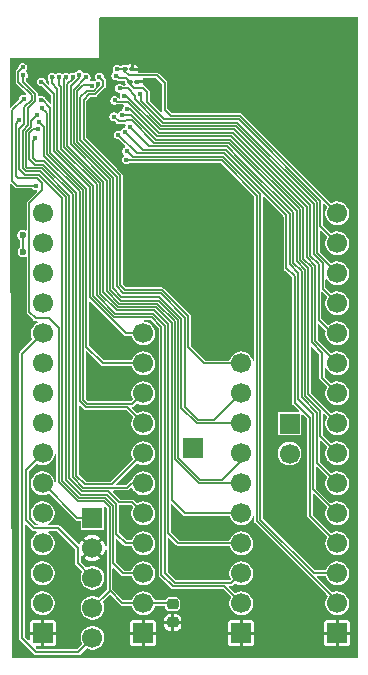
<source format=gbl>
G04 #@! TF.GenerationSoftware,KiCad,Pcbnew,9.0.2*
G04 #@! TF.CreationDate,2025-08-01T14:32:08+08:00*
G04 #@! TF.ProjectId,STM32WB5MMG_Breakout_Board,53544d33-3257-4423-954d-4d475f427265,rev?*
G04 #@! TF.SameCoordinates,Original*
G04 #@! TF.FileFunction,Copper,L2,Bot*
G04 #@! TF.FilePolarity,Positive*
%FSLAX46Y46*%
G04 Gerber Fmt 4.6, Leading zero omitted, Abs format (unit mm)*
G04 Created by KiCad (PCBNEW 9.0.2) date 2025-08-01 14:32:08*
%MOMM*%
%LPD*%
G01*
G04 APERTURE LIST*
G04 Aperture macros list*
%AMRoundRect*
0 Rectangle with rounded corners*
0 $1 Rounding radius*
0 $2 $3 $4 $5 $6 $7 $8 $9 X,Y pos of 4 corners*
0 Add a 4 corners polygon primitive as box body*
4,1,4,$2,$3,$4,$5,$6,$7,$8,$9,$2,$3,0*
0 Add four circle primitives for the rounded corners*
1,1,$1+$1,$2,$3*
1,1,$1+$1,$4,$5*
1,1,$1+$1,$6,$7*
1,1,$1+$1,$8,$9*
0 Add four rect primitives between the rounded corners*
20,1,$1+$1,$2,$3,$4,$5,0*
20,1,$1+$1,$4,$5,$6,$7,0*
20,1,$1+$1,$6,$7,$8,$9,0*
20,1,$1+$1,$8,$9,$2,$3,0*%
G04 Aperture macros list end*
G04 #@! TA.AperFunction,ComponentPad*
%ADD10R,1.700000X1.700000*%
G04 #@! TD*
G04 #@! TA.AperFunction,ComponentPad*
%ADD11C,1.700000*%
G04 #@! TD*
G04 #@! TA.AperFunction,SMDPad,CuDef*
%ADD12RoundRect,0.100000X0.130000X0.100000X-0.130000X0.100000X-0.130000X-0.100000X0.130000X-0.100000X0*%
G04 #@! TD*
G04 #@! TA.AperFunction,SMDPad,CuDef*
%ADD13RoundRect,0.100000X-0.130000X-0.100000X0.130000X-0.100000X0.130000X0.100000X-0.130000X0.100000X0*%
G04 #@! TD*
G04 #@! TA.AperFunction,SMDPad,CuDef*
%ADD14RoundRect,0.225000X-0.250000X0.225000X-0.250000X-0.225000X0.250000X-0.225000X0.250000X0.225000X0*%
G04 #@! TD*
G04 #@! TA.AperFunction,ViaPad*
%ADD15C,0.600000*%
G04 #@! TD*
G04 #@! TA.AperFunction,ViaPad*
%ADD16C,0.450000*%
G04 #@! TD*
G04 #@! TA.AperFunction,Conductor*
%ADD17C,0.160000*%
G04 #@! TD*
G04 #@! TA.AperFunction,Conductor*
%ADD18C,0.150000*%
G04 #@! TD*
G04 #@! TA.AperFunction,Conductor*
%ADD19C,0.200000*%
G04 #@! TD*
G04 #@! TA.AperFunction,Conductor*
%ADD20C,0.120000*%
G04 #@! TD*
G04 #@! TA.AperFunction,Conductor*
%ADD21C,0.127000*%
G04 #@! TD*
G04 APERTURE END LIST*
D10*
X161400000Y-108160000D03*
D11*
X161400000Y-110700000D03*
D10*
X153200000Y-110200000D03*
X144700000Y-116140000D03*
D11*
X144700000Y-118680000D03*
X144700000Y-121220000D03*
X144700000Y-123760000D03*
X144700000Y-126300000D03*
D10*
X140500000Y-125900000D03*
D11*
X140500000Y-123360000D03*
X140500000Y-120820000D03*
X140500000Y-118280000D03*
X140500000Y-115740000D03*
X140500000Y-113200000D03*
X140500000Y-110660000D03*
X140500000Y-108120000D03*
X140500000Y-105580000D03*
X140500000Y-103040000D03*
X140500000Y-100500000D03*
X140500000Y-97960000D03*
X140500000Y-95420000D03*
X140500000Y-92880000D03*
X140500000Y-90340000D03*
D10*
X165430000Y-125900000D03*
D11*
X165430000Y-123360000D03*
X165430000Y-120820000D03*
X165430000Y-118280000D03*
X165430000Y-115740000D03*
X165430000Y-113200000D03*
X165430000Y-110660000D03*
X165430000Y-108120000D03*
X165430000Y-105580000D03*
X165430000Y-103040000D03*
X165430000Y-100500000D03*
X165430000Y-97960000D03*
X165430000Y-95420000D03*
X165430000Y-92880000D03*
X165430000Y-90340000D03*
D12*
X148090000Y-78170000D03*
X147450000Y-78170000D03*
D10*
X157300000Y-125910000D03*
D11*
X157300000Y-123370000D03*
X157300000Y-120830000D03*
X157300000Y-118290000D03*
X157300000Y-115750000D03*
X157300000Y-113210000D03*
X157300000Y-110670000D03*
X157300000Y-108130000D03*
X157300000Y-105590000D03*
X157300000Y-103050000D03*
D13*
X147870000Y-79230000D03*
X148510000Y-79230000D03*
D14*
X151500000Y-123445000D03*
X151500000Y-124995000D03*
D10*
X149000000Y-125910000D03*
D11*
X149000000Y-123370000D03*
X149000000Y-120830000D03*
X149000000Y-118290000D03*
X149000000Y-115750000D03*
X149000000Y-113210000D03*
X149000000Y-110670000D03*
X149000000Y-108130000D03*
X149000000Y-105590000D03*
X149000000Y-103050000D03*
X149000000Y-100510000D03*
D15*
X146000000Y-108000000D03*
X148000000Y-101800000D03*
X158000000Y-92500000D03*
X151000000Y-76500000D03*
X163000000Y-74500000D03*
X161000000Y-84500000D03*
X147000000Y-109000000D03*
X142600000Y-122400000D03*
X155000000Y-80500000D03*
X145000000Y-82300000D03*
X153000000Y-78500000D03*
X159000000Y-74500000D03*
X146000000Y-105600000D03*
X142600000Y-118800000D03*
X160000000Y-98500000D03*
X150050000Y-80450000D03*
X154000000Y-86500000D03*
X162000000Y-127500000D03*
X150000000Y-92500000D03*
X156000000Y-94500000D03*
X148000000Y-86500000D03*
X152000000Y-88500000D03*
X147000000Y-104800000D03*
X165000000Y-86500000D03*
X144800000Y-111600000D03*
X164000000Y-125500000D03*
X155000000Y-124500000D03*
X160000000Y-127500000D03*
X156000000Y-90500000D03*
X155000000Y-76500000D03*
X154000000Y-119500000D03*
X159000000Y-80500000D03*
X160800000Y-117200000D03*
X161000000Y-76500000D03*
X160000000Y-102500000D03*
X164000000Y-123500000D03*
X160000000Y-104500000D03*
X156000000Y-96500000D03*
X146000000Y-110000000D03*
X161000000Y-82500000D03*
X165000000Y-82500000D03*
X146000000Y-104000000D03*
X154000000Y-100500000D03*
X160000000Y-123500000D03*
X152000000Y-86500000D03*
X160000000Y-96500000D03*
X147000000Y-101000000D03*
X145800000Y-101000000D03*
X153000000Y-80500000D03*
X152000000Y-117500000D03*
X163000000Y-82500000D03*
X162000000Y-121500000D03*
X153000000Y-76500000D03*
X152000000Y-92500000D03*
X160000000Y-100500000D03*
X145000000Y-83800000D03*
X165000000Y-78500000D03*
X161000000Y-100500000D03*
X150000000Y-94500000D03*
X157500000Y-89000000D03*
X161000000Y-104500000D03*
X165000000Y-76500000D03*
X152000000Y-120500000D03*
X158000000Y-90500000D03*
X157000000Y-76500000D03*
X157000000Y-74500000D03*
X162400000Y-115000000D03*
X142600000Y-126800000D03*
X165000000Y-74500000D03*
X155000000Y-74500000D03*
X161000000Y-115600000D03*
X152000000Y-94500000D03*
X150000000Y-88500000D03*
X152000000Y-96500000D03*
X150000000Y-86500000D03*
X165000000Y-84500000D03*
X153000000Y-74500000D03*
X146000000Y-112000000D03*
X154000000Y-96500000D03*
X149000000Y-74500000D03*
X162500000Y-113000000D03*
X161000000Y-74500000D03*
X148000000Y-88500000D03*
X160000000Y-94500000D03*
X162000000Y-125500000D03*
X163000000Y-86500000D03*
X156000000Y-120500000D03*
X160000000Y-121500000D03*
X159800000Y-115000000D03*
X158000000Y-98500000D03*
X155000000Y-78500000D03*
X156000000Y-117500000D03*
X161000000Y-102500000D03*
X157000000Y-78500000D03*
X162000000Y-123500000D03*
X147000000Y-102400000D03*
X145800000Y-102400000D03*
X153000000Y-126500000D03*
X163000000Y-76500000D03*
X148000000Y-90500000D03*
X162400000Y-116400000D03*
X142600000Y-124000000D03*
X145800000Y-99600000D03*
X154000000Y-116500000D03*
X156000000Y-98500000D03*
X160000000Y-90500000D03*
X159800000Y-113500000D03*
X160000000Y-92500000D03*
X153000000Y-124500000D03*
X154000000Y-92500000D03*
X161600000Y-114200000D03*
X148000000Y-92500000D03*
X154000000Y-88500000D03*
X159000000Y-76500000D03*
X158000000Y-94500000D03*
X165000000Y-80500000D03*
X142600000Y-125600000D03*
X160000000Y-125500000D03*
X160000000Y-119500000D03*
X163200000Y-117400000D03*
X163000000Y-80500000D03*
X162000000Y-117800000D03*
X147000000Y-111000000D03*
X159000000Y-78500000D03*
X158000000Y-100500000D03*
X151000000Y-74500000D03*
X142600000Y-120600000D03*
X156000000Y-100500000D03*
X161000000Y-80500000D03*
X164000000Y-127500000D03*
X154000000Y-98500000D03*
X154000000Y-94500000D03*
X155000000Y-122500000D03*
X152000000Y-90500000D03*
X165000000Y-88500000D03*
X153000000Y-122500000D03*
X149000000Y-76500000D03*
X154000000Y-90500000D03*
X151000000Y-78500000D03*
X158000000Y-96500000D03*
X157000000Y-80500000D03*
X161000000Y-98500000D03*
X163000000Y-118800000D03*
X150000000Y-90500000D03*
X155000000Y-126500000D03*
X144800000Y-112600000D03*
X161000000Y-78500000D03*
X148000000Y-94500000D03*
X156000000Y-87500000D03*
X156000000Y-92500000D03*
X159000000Y-82500000D03*
X161000000Y-96500000D03*
X163000000Y-84500000D03*
X145000000Y-80800000D03*
X163000000Y-78500000D03*
X161000000Y-113000000D03*
X156000000Y-89000000D03*
D16*
X138490000Y-82490000D03*
X146692680Y-78707320D03*
X146800000Y-78140000D03*
X139900000Y-88020000D03*
X138875000Y-80675000D03*
D15*
X138800000Y-92200000D03*
X138862000Y-93600000D03*
D16*
X140182664Y-82650000D03*
X138800000Y-78000000D03*
X140365000Y-80765000D03*
X140020000Y-82020000D03*
X138860000Y-78660000D03*
X139880000Y-84000000D03*
X140060000Y-83250000D03*
X140385000Y-79215000D03*
X140400000Y-81420000D03*
X141860421Y-78850233D03*
X145203888Y-79369384D03*
X144651999Y-79537760D03*
X144188000Y-78848000D03*
X143047885Y-78804988D03*
X145300000Y-78800000D03*
X142471141Y-78822170D03*
X141280000Y-78847998D03*
X143588000Y-78600000D03*
X147000000Y-79760000D03*
X147400000Y-80400000D03*
X147600000Y-85090000D03*
X146895000Y-83705000D03*
X147859591Y-83040409D03*
X147600000Y-81550000D03*
X147200000Y-82060000D03*
X146520000Y-82180000D03*
X146590000Y-80790000D03*
X147580000Y-85820000D03*
X147470000Y-83500000D03*
X148767564Y-80232436D03*
D17*
X140466000Y-88394000D02*
X139369000Y-89491000D01*
X141060000Y-99240000D02*
X141870000Y-100050000D01*
X151415000Y-123360000D02*
X151500000Y-123445000D01*
X144700000Y-123760000D02*
X146160000Y-122300000D01*
X139369000Y-98706476D02*
X139902524Y-99240000D01*
X145680000Y-114740000D02*
X146160000Y-115220000D01*
X146160000Y-115220000D02*
X146160000Y-122280000D01*
X140037664Y-87380000D02*
X140466000Y-87808336D01*
X139902524Y-99240000D02*
X141060000Y-99240000D01*
X143470000Y-114740000D02*
X145680000Y-114740000D01*
X138390000Y-87380000D02*
X140037664Y-87380000D01*
X140466000Y-87808336D02*
X140466000Y-88394000D01*
X141870000Y-100050000D02*
X141870000Y-113140000D01*
X138218000Y-82762000D02*
X138218000Y-87208000D01*
X139369000Y-89491000D02*
X139369000Y-98706476D01*
X138440000Y-82540000D02*
X138218000Y-82762000D01*
X147240000Y-123360000D02*
X149000000Y-123360000D01*
X138218000Y-87208000D02*
X138390000Y-87380000D01*
X141870000Y-113140000D02*
X143470000Y-114740000D01*
X149000000Y-123360000D02*
X151415000Y-123360000D01*
X146160000Y-122280000D02*
X147240000Y-123360000D01*
X146160000Y-122300000D02*
X146160000Y-122280000D01*
X149311000Y-80904530D02*
X150790470Y-82384000D01*
X164000000Y-89290000D02*
X164000000Y-91450000D01*
X149311000Y-80048336D02*
X149311000Y-80904530D01*
X147870000Y-79230000D02*
X147870000Y-79361586D01*
X146631863Y-78646503D02*
X146692680Y-78707320D01*
X146915360Y-78930000D02*
X147570000Y-78930000D01*
X148973664Y-79711000D02*
X149311000Y-80048336D01*
X147870000Y-79361586D02*
X148219414Y-79711000D01*
X150790470Y-82384000D02*
X157094000Y-82384000D01*
X157094000Y-82384000D02*
X164000000Y-89290000D01*
X164000000Y-91450000D02*
X165430000Y-92880000D01*
X148219414Y-79711000D02*
X148973664Y-79711000D01*
X146692680Y-78707320D02*
X146915360Y-78930000D01*
X147570000Y-78930000D02*
X147870000Y-79230000D01*
D18*
X150170000Y-78660000D02*
X150810000Y-79300000D01*
X147768414Y-78660000D02*
X150170000Y-78660000D01*
X150810000Y-81570000D02*
X151341000Y-82101000D01*
X151341000Y-82101000D02*
X157211000Y-82101000D01*
X147390000Y-78281586D02*
X147768414Y-78660000D01*
X150810000Y-79300000D02*
X150810000Y-81570000D01*
X157216000Y-82096000D02*
X165430000Y-90310000D01*
X165430000Y-90310000D02*
X165430000Y-90340000D01*
X147380000Y-78140000D02*
X147390000Y-78150000D01*
X146800000Y-78140000D02*
X147380000Y-78140000D01*
D17*
X165072294Y-90867706D02*
X165620000Y-90320000D01*
X146770000Y-78140000D02*
X146800000Y-78140000D01*
D18*
X157211000Y-82101000D02*
X157216000Y-82096000D01*
X147390000Y-78150000D02*
X147390000Y-78281586D01*
D17*
X139900000Y-88020000D02*
X139955000Y-88020000D01*
X138970000Y-80580000D02*
X138875000Y-80675000D01*
D19*
X138862000Y-93600000D02*
X138862000Y-92262000D01*
X138862000Y-92262000D02*
X138800000Y-92200000D01*
D17*
X137930000Y-87610000D02*
X138340000Y-88020000D01*
X138970000Y-80580000D02*
X138970000Y-80610000D01*
X137930000Y-81620000D02*
X137930000Y-87610000D01*
X138340000Y-88020000D02*
X139900000Y-88020000D01*
X138875000Y-80675000D02*
X137930000Y-81620000D01*
D19*
X138752000Y-126308000D02*
X138752000Y-102248000D01*
X138752000Y-102248000D02*
X140500000Y-100500000D01*
X143480000Y-127520000D02*
X139964000Y-127520000D01*
X144700000Y-126300000D02*
X143480000Y-127520000D01*
X139964000Y-127520000D02*
X138752000Y-126308000D01*
D17*
X144700000Y-116140000D02*
X143440000Y-116140000D01*
X144700000Y-116140000D02*
X144690000Y-116130000D01*
X143440000Y-116140000D02*
X140500000Y-113200000D01*
D19*
X143470000Y-118660000D02*
X141830000Y-117020000D01*
X141830000Y-117020000D02*
X139750000Y-117020000D01*
X139750000Y-117020000D02*
X139080000Y-116350000D01*
X139080000Y-112080000D02*
X140500000Y-110660000D01*
X139080000Y-116350000D02*
X139080000Y-112080000D01*
D17*
X139960000Y-110660000D02*
X140500000Y-110660000D01*
D19*
X143470000Y-119990000D02*
X143470000Y-118660000D01*
X144700000Y-121220000D02*
X143470000Y-119990000D01*
D17*
X147670000Y-106790000D02*
X149000000Y-108120000D01*
X143610000Y-106250000D02*
X144150000Y-106790000D01*
X140571000Y-83038336D02*
X140571000Y-85461824D01*
X140180000Y-82650000D02*
X140182664Y-82650000D01*
X144150000Y-106790000D02*
X147670000Y-106790000D01*
X143610000Y-88500824D02*
X143610000Y-106250000D01*
X140182664Y-82650000D02*
X140571000Y-83038336D01*
X140571000Y-85461824D02*
X143610000Y-88500824D01*
D18*
X138800000Y-78000000D02*
X138432000Y-78368000D01*
X140156958Y-87092000D02*
X142158001Y-89093043D01*
X142158001Y-89093043D02*
X142158000Y-113020706D01*
X138951000Y-82328336D02*
X138951000Y-82775000D01*
X138432000Y-79252000D02*
X139550000Y-80370000D01*
X138432000Y-78368000D02*
X138432000Y-79252000D01*
D17*
X138880000Y-78000000D02*
X138800000Y-78000000D01*
D18*
X138968000Y-87092000D02*
X140156958Y-87092000D01*
X147270000Y-120820000D02*
X149000000Y-120820000D01*
X138951000Y-82775000D02*
X138506000Y-83220000D01*
X138950000Y-82327336D02*
X138951000Y-82328336D01*
X139550000Y-80750000D02*
X138950000Y-81350000D01*
X146450000Y-115102706D02*
X146450000Y-120000000D01*
X138506000Y-86630000D02*
X138968000Y-87092000D01*
X139550000Y-80370000D02*
X139550000Y-80750000D01*
X138950000Y-81350000D02*
X138950000Y-82327336D01*
X142158000Y-113020706D02*
X143589294Y-114452000D01*
X138506000Y-83220000D02*
X138506000Y-86630000D01*
X146450000Y-120000000D02*
X147270000Y-120820000D01*
X143589294Y-114452000D02*
X145799294Y-114452000D01*
X145799294Y-114452000D02*
X146450000Y-115102706D01*
D17*
X144190000Y-101630000D02*
X145600000Y-103040000D01*
X141147002Y-81437002D02*
X141147001Y-85223237D01*
X140420000Y-80710000D02*
X141147002Y-81437002D01*
X144190000Y-88266236D02*
X144190000Y-101630000D01*
X141147001Y-85223237D02*
X144190000Y-88266236D01*
X145600000Y-103040000D02*
X149000000Y-103040000D01*
X140403294Y-86516000D02*
X142740000Y-88852706D01*
X140020000Y-82020000D02*
X139527001Y-82512999D01*
X143827882Y-113876000D02*
X146046000Y-113876000D01*
X142740000Y-88852706D02*
X142740000Y-88980000D01*
X139527001Y-82512999D02*
X139527001Y-83020293D01*
X139082000Y-86391412D02*
X139206588Y-86516000D01*
X148080000Y-114820000D02*
X149000000Y-115740000D01*
X139527001Y-83020293D02*
X139082000Y-83465294D01*
X142738000Y-112786118D02*
X143827882Y-113876000D01*
X142740000Y-88980000D02*
X142738000Y-88982000D01*
X146046000Y-113876000D02*
X146990000Y-114820000D01*
X139206588Y-86516000D02*
X140403294Y-86516000D01*
X142738000Y-88982000D02*
X142738000Y-112786118D01*
X146990000Y-114820000D02*
X148080000Y-114820000D01*
X139082000Y-83465294D02*
X139082000Y-86391412D01*
X139838001Y-80841999D02*
X139838001Y-80869293D01*
X138794000Y-83346000D02*
X138794000Y-86510706D01*
X139239001Y-81468293D02*
X139239001Y-82900999D01*
X142446000Y-112901412D02*
X143708588Y-114164000D01*
X142450000Y-90790000D02*
X142446001Y-90793999D01*
X139840000Y-80252706D02*
X139840000Y-80840000D01*
X139840000Y-80840000D02*
X139838001Y-80841999D01*
X138850000Y-79262706D02*
X139840000Y-80252706D01*
X138850000Y-78670000D02*
X138850000Y-79262706D01*
X139087294Y-86804000D02*
X140284000Y-86804000D01*
X142450000Y-88970000D02*
X142450000Y-90790000D01*
X145918588Y-114164000D02*
X146738001Y-114983413D01*
X142446001Y-90793999D02*
X142446000Y-112901412D01*
X138794000Y-86510706D02*
X139087294Y-86804000D01*
X139239001Y-82900999D02*
X138794000Y-83346000D01*
X139838001Y-80869293D02*
X139239001Y-81468293D01*
X140284000Y-86804000D02*
X142450000Y-88970000D01*
X147520000Y-118280000D02*
X149000000Y-118280000D01*
X146738001Y-114983413D02*
X146738000Y-117498000D01*
X146738000Y-117498000D02*
X147520000Y-118280000D01*
X143708588Y-114164000D02*
X145918588Y-114164000D01*
X146360000Y-113300000D02*
X149000000Y-110660000D01*
X143320000Y-112553530D02*
X144066470Y-113300000D01*
X143320000Y-88618118D02*
X143320000Y-112553530D01*
X144066470Y-113300000D02*
X146360000Y-113300000D01*
X139658000Y-84222000D02*
X139658000Y-85630706D01*
X139967294Y-85940000D02*
X140641882Y-85940000D01*
X139880000Y-84000000D02*
X139658000Y-84222000D01*
X140641882Y-85940000D02*
X143320000Y-88618118D01*
X139658000Y-85630706D02*
X139967294Y-85940000D01*
X143947176Y-113588000D02*
X147632000Y-113588000D01*
X143028001Y-88733413D02*
X143028001Y-93837999D01*
X147632000Y-113588000D02*
X148020000Y-113200000D01*
X139704588Y-83250000D02*
X139370000Y-83584588D01*
X139370000Y-85750000D02*
X139848000Y-86228000D01*
X140060000Y-83250000D02*
X139704588Y-83250000D01*
X139848000Y-86228000D02*
X140522588Y-86228000D01*
X143026000Y-93840000D02*
X143026000Y-112666824D01*
X148020000Y-113200000D02*
X149000000Y-113200000D01*
X143026000Y-112666824D02*
X143947176Y-113588000D01*
X139370000Y-83584588D02*
X139370000Y-85750000D01*
X140522588Y-86228000D02*
X143028001Y-88733413D01*
X143028001Y-93837999D02*
X143026000Y-93840000D01*
D18*
X141440000Y-85108942D02*
X144482000Y-88150942D01*
X147507939Y-100500000D02*
X149000000Y-100500000D01*
X144482000Y-97474061D02*
X147507939Y-100500000D01*
X140420000Y-79250000D02*
X141440000Y-80270000D01*
X144482000Y-88150942D02*
X144482000Y-97474061D01*
X141440000Y-80270000D02*
X141440000Y-85108942D01*
D17*
X143900000Y-106132706D02*
X144269294Y-106502000D01*
X140859001Y-85342531D02*
X143900000Y-88383530D01*
X144269294Y-106502000D02*
X148078001Y-106501999D01*
X143900000Y-88383530D02*
X143900000Y-106132706D01*
X140400000Y-81420000D02*
X140430000Y-81420000D01*
X140390000Y-81420000D02*
X140400000Y-81420000D01*
X140859001Y-81889001D02*
X140859001Y-85342531D01*
X148078001Y-106501999D02*
X149000000Y-105580000D01*
X140390000Y-81420000D02*
X140859001Y-81889001D01*
D20*
X141860421Y-78850233D02*
X141860421Y-78851648D01*
D18*
X142018000Y-84872354D02*
X145058001Y-87912355D01*
X156478000Y-121642000D02*
X157300000Y-120820000D01*
X148015707Y-98846999D02*
X148020707Y-98851999D01*
X146641240Y-98846999D02*
X148015707Y-98846999D01*
X150838000Y-120820706D02*
X151659294Y-121642000D01*
X145058001Y-87912355D02*
X145058001Y-97263760D01*
X150838001Y-99860707D02*
X150838000Y-100720000D01*
X145058001Y-97263760D02*
X146641240Y-98846999D01*
X142018001Y-79618001D02*
X142018000Y-84872354D01*
X151659294Y-121642000D02*
X156478000Y-121642000D01*
X149829294Y-98852000D02*
X150838001Y-99860707D01*
X141860421Y-78850233D02*
X141860421Y-79460421D01*
X148020707Y-98851999D02*
X149829294Y-98852000D01*
X141860421Y-79460421D02*
X142018001Y-79618001D01*
X150838000Y-100720000D02*
X150838000Y-120820706D01*
D21*
X147332000Y-97122000D02*
X150471456Y-97122000D01*
X145203888Y-79591155D02*
X144829283Y-79965760D01*
X152540000Y-99190544D02*
X152540000Y-106716848D01*
X155038000Y-107842000D02*
X157300000Y-105580000D01*
X143679501Y-84167873D02*
X146750000Y-87238373D01*
X144234240Y-79965760D02*
X143679501Y-80520499D01*
X146750000Y-96540000D02*
X147332000Y-97122000D01*
X145203888Y-79369384D02*
X145203888Y-79591155D01*
X144829283Y-79965760D02*
X144234240Y-79965760D01*
X150471456Y-97122000D02*
X152540000Y-99190544D01*
X143679501Y-80520499D02*
X143679501Y-84167873D01*
X152540000Y-106716848D02*
X153665152Y-107842000D01*
X146750000Y-87238373D02*
X146750000Y-96540000D01*
X153665152Y-107842000D02*
X155038000Y-107842000D01*
D18*
X146470000Y-87351524D02*
X146470000Y-96710000D01*
X150356304Y-97400000D02*
X152240000Y-99283698D01*
X143413001Y-80016151D02*
X143413001Y-84294525D01*
X146470000Y-96710000D02*
X147160000Y-97400000D01*
X144614239Y-79500000D02*
X143929152Y-79500000D01*
X143929152Y-79500000D02*
X143413001Y-80016151D01*
X144651999Y-79537760D02*
X144614239Y-79500000D01*
X152240000Y-106810000D02*
X153550000Y-108120000D01*
X143413001Y-84294525D02*
X146470000Y-87351524D01*
X153550000Y-108120000D02*
X157300000Y-108120000D01*
X152240000Y-99283698D02*
X152240000Y-106810000D01*
X147160000Y-97400000D02*
X150356304Y-97400000D01*
X146188000Y-87462677D02*
X146188000Y-96821152D01*
X143135001Y-84409677D02*
X146188000Y-87462677D01*
X146188000Y-96821152D02*
X147101847Y-97734999D01*
X147101847Y-97734999D02*
X150298151Y-97734999D01*
X144188000Y-78848000D02*
X143135001Y-79900999D01*
X155698000Y-112922000D02*
X157300000Y-111320000D01*
X150298151Y-97734999D02*
X151956000Y-99392849D01*
X151956000Y-111062848D02*
X153815152Y-112922000D01*
X143135001Y-79900999D02*
X143135001Y-84409677D01*
X157300000Y-111320000D02*
X157300000Y-110660000D01*
X153815152Y-112922000D02*
X155698000Y-112922000D01*
X151956000Y-99392849D02*
X151956000Y-111062848D01*
D21*
X143047885Y-78952115D02*
X142579001Y-79420999D01*
D18*
X143024171Y-78897999D02*
X143024171Y-78921179D01*
D21*
X145630000Y-87690980D02*
X145630000Y-97049456D01*
X146871543Y-98290999D02*
X150061667Y-98290999D01*
X150061667Y-98290999D02*
X151400000Y-99629332D01*
X142579001Y-84639981D02*
X145630000Y-87690980D01*
X151400000Y-99629332D02*
X151400000Y-114630000D01*
X143047885Y-78804988D02*
X143047885Y-78952115D01*
X145630000Y-97049456D02*
X146871543Y-98290999D01*
X152510000Y-115740000D02*
X157300000Y-115740000D01*
X142579001Y-79420999D02*
X142579001Y-84639981D01*
X151400000Y-114630000D02*
X152510000Y-115740000D01*
D18*
X150586608Y-96844000D02*
X152818000Y-99075393D01*
X144941739Y-80246455D02*
X144453545Y-80246455D01*
X152818000Y-101668000D02*
X154190000Y-103040000D01*
X145300000Y-78760000D02*
X145300000Y-78800000D01*
X146687390Y-86782610D02*
X147028000Y-87123222D01*
X144453545Y-80246455D02*
X143969001Y-80730999D01*
X147028000Y-87123222D02*
X147028000Y-96424848D01*
X145631888Y-79131888D02*
X145631888Y-79556306D01*
X154190000Y-103040000D02*
X157300000Y-103040000D01*
X152818000Y-99075393D02*
X152818000Y-101668000D01*
X143969001Y-80730999D02*
X143969001Y-84064221D01*
X145300000Y-78800000D02*
X145631888Y-79131888D01*
X145631888Y-79556306D02*
X144941739Y-80246455D01*
X143969001Y-84064221D02*
X146687390Y-86782610D01*
X147028000Y-96424848D02*
X147447152Y-96844000D01*
X147447152Y-96844000D02*
X150586608Y-96844000D01*
X146756391Y-98568999D02*
X149810000Y-98569000D01*
X142532221Y-78878556D02*
X142532221Y-78892352D01*
X151121000Y-117431000D02*
X151970000Y-118280000D01*
D20*
X142471141Y-78822170D02*
X142471141Y-78953432D01*
D18*
X142301001Y-78992310D02*
X142301000Y-84755132D01*
X145341001Y-97153609D02*
X146756391Y-98568999D01*
X149810000Y-98569000D02*
X149946517Y-98569001D01*
X145341001Y-87795133D02*
X145341001Y-97153609D01*
X142471141Y-78822170D02*
X142301001Y-78992310D01*
X149946517Y-98569001D02*
X151121001Y-99743485D01*
X151970000Y-118280000D02*
X157300000Y-118280000D01*
X151121001Y-99743485D02*
X151121000Y-117431000D01*
X142301000Y-84755132D02*
X145341001Y-87795133D01*
X141280000Y-78847998D02*
X141280000Y-79339999D01*
X141730000Y-84991648D02*
X144770000Y-88031648D01*
X144770000Y-97368911D02*
X146541090Y-99140000D01*
X150550000Y-99980000D02*
X150550000Y-120940000D01*
X141330000Y-78820000D02*
X141280000Y-78870000D01*
X144770000Y-88031648D02*
X144770000Y-97368911D01*
X141280000Y-79339999D02*
X141730000Y-79789999D01*
X146541090Y-99140000D02*
X149710000Y-99140000D01*
X155870000Y-121930000D02*
X157300000Y-123360000D01*
X141430000Y-78820000D02*
X141330000Y-78820000D01*
X151540000Y-121930000D02*
X155870000Y-121930000D01*
X149710000Y-99140000D02*
X150550000Y-99980000D01*
X150550000Y-120940000D02*
X151540000Y-121930000D01*
X141730000Y-79789999D02*
X141730000Y-84991648D01*
D21*
X142857001Y-79601156D02*
X142857001Y-84524829D01*
X142857001Y-84524829D02*
X145910000Y-87577828D01*
X151678000Y-111178000D02*
X153700000Y-113200000D01*
X143588000Y-78600000D02*
X143588000Y-78870157D01*
X146986695Y-98012999D02*
X150182999Y-98012999D01*
X143588000Y-78870157D02*
X142857001Y-79601156D01*
X151678000Y-99508000D02*
X151678000Y-111178000D01*
X150182999Y-98012999D02*
X151678000Y-99508000D01*
X145910000Y-96936304D02*
X146986695Y-98012999D01*
X145910000Y-87577828D02*
X145910000Y-96936304D01*
X153700000Y-113200000D02*
X157300000Y-113200000D01*
D18*
X156844588Y-82960000D02*
X163424001Y-89539413D01*
D17*
X146960000Y-79760000D02*
X147000000Y-79760000D01*
D18*
X163423999Y-93821293D02*
X164200000Y-94597294D01*
X164200000Y-94597294D02*
X164200000Y-96730000D01*
X164200000Y-96730000D02*
X165430000Y-97960000D01*
X147000000Y-79760000D02*
X147680000Y-79760000D01*
X163424001Y-89539413D02*
X163424000Y-89555882D01*
X147680000Y-79760000D02*
X148300000Y-80380000D01*
X150551882Y-82960000D02*
X156844588Y-82960000D01*
X148300000Y-80708118D02*
X150551882Y-82960000D01*
X163424000Y-89555882D02*
X163423999Y-93821293D01*
X148300000Y-80380000D02*
X148300000Y-80708118D01*
X147430000Y-80400000D02*
X147584588Y-80400000D01*
X163847706Y-94652294D02*
X163847706Y-99347706D01*
X163136000Y-89658706D02*
X163136000Y-93940588D01*
X147584588Y-80400000D02*
X150432588Y-83248000D01*
X163847706Y-99347706D02*
X165000000Y-100500000D01*
D17*
X164679476Y-100480000D02*
X165620000Y-100480000D01*
D18*
X165000000Y-100500000D02*
X165430000Y-100500000D01*
X163136000Y-93940588D02*
X163847706Y-94652294D01*
X150432588Y-83248000D02*
X156725294Y-83248000D01*
X156725294Y-83248000D02*
X163136000Y-89658706D01*
D17*
X147600000Y-85090000D02*
X147648000Y-85090000D01*
X147648000Y-85090000D02*
X148110000Y-85552000D01*
X148110000Y-85552000D02*
X155754472Y-85552000D01*
X147550000Y-85090000D02*
X147600000Y-85090000D01*
X155754472Y-85552000D02*
X158928001Y-88725529D01*
X158928000Y-116280706D02*
X163467294Y-120820000D01*
X158928001Y-88725529D02*
X158928000Y-116280706D01*
X163467294Y-120820000D02*
X165600000Y-120820000D01*
X161120000Y-90510000D02*
X161119997Y-94989997D01*
X161831705Y-95701705D02*
X161831705Y-106381705D01*
X148454000Y-85264000D02*
X155874000Y-85264000D01*
X161119997Y-94989997D02*
X161831705Y-95701705D01*
X161831705Y-106381705D02*
X163126000Y-107676000D01*
X146800000Y-83610000D02*
X146895000Y-83705000D01*
X163126000Y-107676000D02*
X163126000Y-115976000D01*
X155874000Y-85264000D02*
X161120000Y-90510000D01*
X146895000Y-83705000D02*
X148454000Y-85264000D01*
X163126000Y-115976000D02*
X165430000Y-118280000D01*
X162407703Y-105944997D02*
X163702000Y-107239294D01*
X157322177Y-85897823D02*
X161696000Y-90271646D01*
D18*
X147859591Y-83040409D02*
X149507182Y-84688000D01*
D17*
X157322177Y-85892177D02*
X157322177Y-85897823D01*
X147804724Y-82985541D02*
X147859591Y-83040409D01*
D18*
X149507182Y-84688000D02*
X156118000Y-84688000D01*
D17*
X163702000Y-107239294D02*
X163701999Y-111471999D01*
X161695998Y-94545998D02*
X162407706Y-95257706D01*
X156118000Y-84688000D02*
X157322177Y-85892177D01*
X163701999Y-111471999D02*
X165430000Y-113200000D01*
X162407706Y-95257706D02*
X162407703Y-105944997D01*
X161696000Y-90271646D02*
X161695998Y-94545998D01*
D18*
X147920000Y-81550000D02*
X150194000Y-83824000D01*
X150194000Y-83824000D02*
X156475882Y-83824000D01*
X163271706Y-94890882D02*
X163271705Y-101288999D01*
X164141353Y-102158647D02*
X164141353Y-104291353D01*
X156475882Y-83824000D02*
X162560000Y-89908118D01*
X147600000Y-81550000D02*
X147920000Y-81550000D01*
X163271705Y-101288999D02*
X164141353Y-102158647D01*
X164141353Y-104291353D02*
X165430000Y-105580000D01*
X162559999Y-94179175D02*
X163271706Y-94890882D01*
D17*
X147550000Y-81550000D02*
X147600000Y-81550000D01*
D18*
X162560000Y-89908118D02*
X162559999Y-94179175D01*
X156356588Y-84112000D02*
X162272000Y-90027412D01*
X162272000Y-90027412D02*
X162271999Y-94298469D01*
D17*
X147130000Y-82060000D02*
X147200000Y-82060000D01*
D18*
X155770000Y-84111999D02*
X156356588Y-84112000D01*
X162983705Y-105673705D02*
X165430000Y-108120000D01*
X150061140Y-84111999D02*
X155770000Y-84111999D01*
X148009141Y-82060000D02*
X150061140Y-84111999D01*
X147200000Y-82060000D02*
X148009141Y-82060000D01*
X162271999Y-94298469D02*
X162983706Y-95010176D01*
X162983706Y-95010176D02*
X162983705Y-105673705D01*
X162695706Y-95135706D02*
X162695704Y-105825704D01*
X162695704Y-105825704D02*
X163990000Y-107120000D01*
X163990000Y-107120000D02*
X163990000Y-109220000D01*
X161983999Y-94423999D02*
X162695706Y-95135706D01*
X147593060Y-82474541D02*
X148016388Y-82474541D01*
X147494142Y-82573459D02*
X147593060Y-82474541D01*
X149941847Y-84400000D02*
X156237294Y-84400000D01*
X156237294Y-84400000D02*
X161984000Y-90146706D01*
X163990000Y-109220000D02*
X165430000Y-110660000D01*
X148016388Y-82474541D02*
X149941847Y-84400000D01*
X161984000Y-90146706D02*
X161983999Y-94423999D01*
D17*
X146480000Y-82140000D02*
X146520000Y-82180000D01*
D18*
X146520000Y-82180000D02*
X146913459Y-82573459D01*
X146913459Y-82573459D02*
X147494142Y-82573459D01*
X146751000Y-80911000D02*
X147688294Y-80911000D01*
X147688294Y-80911000D02*
X150313294Y-83536000D01*
X150313294Y-83536000D02*
X156606000Y-83536000D01*
X162848000Y-89778000D02*
X162847999Y-94059881D01*
X156606000Y-83536000D02*
X162848000Y-89778000D01*
X146610000Y-80770000D02*
X146751000Y-80911000D01*
X163559705Y-101169705D02*
X165430000Y-103040000D01*
X162847999Y-94059881D02*
X163559706Y-94771588D01*
X163559705Y-96500000D02*
X163559705Y-101169705D01*
X163559706Y-94771588D02*
X163559705Y-96500000D01*
D17*
X147580000Y-85820000D02*
X147600000Y-85840000D01*
X158640000Y-88844822D02*
X158640000Y-116400000D01*
X147550000Y-85790000D02*
X147580000Y-85820000D01*
X147600000Y-85840000D02*
X155635178Y-85840000D01*
X155635178Y-85840000D02*
X158640000Y-88844822D01*
X158640000Y-116400000D02*
X165600000Y-123360000D01*
D18*
X163413999Y-113723999D02*
X165430000Y-115740000D01*
X155996000Y-84976000D02*
X156670000Y-85650000D01*
X161407998Y-94667998D02*
X162119706Y-95379706D01*
X147470000Y-83500000D02*
X148946000Y-84976000D01*
X163414000Y-107358588D02*
X163413999Y-113723999D01*
D17*
X147470000Y-83390000D02*
X147470000Y-83500000D01*
D18*
X162119706Y-95379706D02*
X162119702Y-106064290D01*
X162119702Y-106064290D02*
X163414000Y-107358588D01*
X156670000Y-85650000D02*
X156670000Y-85652940D01*
X156670000Y-85652940D02*
X161408000Y-90390940D01*
X148946000Y-84976000D02*
X155996000Y-84976000D01*
X161408000Y-90390940D02*
X161407998Y-94667998D01*
D17*
X148800000Y-80264871D02*
X148800000Y-80800824D01*
X163712000Y-89412000D02*
X163712000Y-93702000D01*
X148767564Y-80232436D02*
X148800000Y-80264871D01*
X156972000Y-82672000D02*
X163712000Y-89412000D01*
X150671176Y-82672000D02*
X156972000Y-82672000D01*
X148628129Y-80093000D02*
X148767564Y-80232436D01*
X163712000Y-93702000D02*
X165430000Y-95420000D01*
X148800000Y-80800824D02*
X150671176Y-82672000D01*
G04 #@! TA.AperFunction,Conductor*
G36*
X167177826Y-73721674D02*
G01*
X167199500Y-73774000D01*
X167199500Y-127925500D01*
X167177826Y-127977826D01*
X167125500Y-127999500D01*
X137971761Y-127999500D01*
X137919435Y-127977826D01*
X137897762Y-127925788D01*
X137812567Y-106073407D01*
X137741819Y-87926732D01*
X137763288Y-87874324D01*
X137815530Y-87852447D01*
X137867939Y-87873915D01*
X138209432Y-88215409D01*
X138294151Y-88250501D01*
X138294152Y-88250501D01*
X138394462Y-88250501D01*
X138394470Y-88250500D01*
X139568811Y-88250500D01*
X139621137Y-88272174D01*
X139669438Y-88320475D01*
X139755062Y-88369910D01*
X139755063Y-88369910D01*
X139755065Y-88369911D01*
X139802813Y-88382705D01*
X139850562Y-88395499D01*
X139850563Y-88395500D01*
X139850565Y-88395500D01*
X139949433Y-88395500D01*
X139949435Y-88395500D01*
X139949436Y-88395499D01*
X139951058Y-88395286D01*
X139951857Y-88395500D01*
X139954285Y-88395500D01*
X139954285Y-88396150D01*
X140005766Y-88409944D01*
X140034085Y-88458993D01*
X140019427Y-88513701D01*
X140013044Y-88520979D01*
X139173590Y-89360433D01*
X139159054Y-89395525D01*
X139138499Y-89445148D01*
X139138499Y-89545461D01*
X139138500Y-89545470D01*
X139138500Y-91747069D01*
X139116826Y-91799395D01*
X139064500Y-91821069D01*
X139027500Y-91811155D01*
X138973887Y-91780201D01*
X138973882Y-91780199D01*
X138859311Y-91749500D01*
X138859309Y-91749500D01*
X138740691Y-91749500D01*
X138740689Y-91749500D01*
X138626117Y-91780199D01*
X138626112Y-91780201D01*
X138523390Y-91839508D01*
X138439508Y-91923390D01*
X138380201Y-92026112D01*
X138380199Y-92026117D01*
X138349500Y-92140688D01*
X138349500Y-92259311D01*
X138380199Y-92373882D01*
X138380201Y-92373887D01*
X138439508Y-92476609D01*
X138439509Y-92476610D01*
X138439511Y-92476613D01*
X138523387Y-92560489D01*
X138571315Y-92588160D01*
X138574500Y-92589999D01*
X138608979Y-92634932D01*
X138611500Y-92654085D01*
X138611500Y-93182981D01*
X138589826Y-93235307D01*
X138587917Y-93236980D01*
X138501508Y-93323390D01*
X138442201Y-93426112D01*
X138442199Y-93426117D01*
X138411500Y-93540688D01*
X138411500Y-93659311D01*
X138442199Y-93773882D01*
X138442201Y-93773887D01*
X138501508Y-93876609D01*
X138501509Y-93876610D01*
X138501511Y-93876613D01*
X138585387Y-93960489D01*
X138585389Y-93960490D01*
X138585390Y-93960491D01*
X138685940Y-94018544D01*
X138688114Y-94019799D01*
X138688115Y-94019799D01*
X138688117Y-94019800D01*
X138745402Y-94035149D01*
X138802688Y-94050499D01*
X138802689Y-94050500D01*
X138802691Y-94050500D01*
X138921311Y-94050500D01*
X138921311Y-94050499D01*
X139001845Y-94028920D01*
X139035883Y-94019800D01*
X139035884Y-94019799D01*
X139035886Y-94019799D01*
X139035887Y-94019798D01*
X139036173Y-94019680D01*
X139036331Y-94019679D01*
X139040571Y-94018544D01*
X139040875Y-94019679D01*
X139092810Y-94019672D01*
X139132863Y-94059716D01*
X139138500Y-94088043D01*
X139138500Y-98654654D01*
X139138499Y-98654668D01*
X139138499Y-98752326D01*
X139155969Y-98794501D01*
X139173589Y-98837041D01*
X139173592Y-98837045D01*
X139248839Y-98912292D01*
X139248841Y-98912293D01*
X139702894Y-99366346D01*
X139702897Y-99366350D01*
X139771956Y-99435409D01*
X139814313Y-99452953D01*
X139814314Y-99452954D01*
X139856675Y-99470501D01*
X139956986Y-99470501D01*
X139956994Y-99470500D01*
X139998977Y-99470500D01*
X140051303Y-99492174D01*
X140072977Y-99544500D01*
X140051303Y-99596826D01*
X140029242Y-99611566D01*
X140029290Y-99611655D01*
X140028387Y-99612137D01*
X140027295Y-99612867D01*
X140026086Y-99613368D01*
X140026084Y-99613369D01*
X139862218Y-99722860D01*
X139862217Y-99722862D01*
X139722862Y-99862217D01*
X139722860Y-99862218D01*
X139613367Y-100026086D01*
X139537950Y-100208160D01*
X139537947Y-100208170D01*
X139507078Y-100363363D01*
X139499500Y-100401459D01*
X139499500Y-100598541D01*
X139507078Y-100636636D01*
X139537947Y-100791829D01*
X139537950Y-100791839D01*
X139611567Y-100969567D01*
X139611567Y-101026204D01*
X139595526Y-101050211D01*
X138610103Y-102035636D01*
X138539634Y-102106105D01*
X138501500Y-102198170D01*
X138501500Y-126357829D01*
X138539634Y-126449894D01*
X138539636Y-126449897D01*
X139747415Y-127657675D01*
X139747418Y-127657679D01*
X139751636Y-127661897D01*
X139822103Y-127732364D01*
X139914172Y-127770500D01*
X139914173Y-127770500D01*
X143529827Y-127770500D01*
X143529828Y-127770500D01*
X143621897Y-127732364D01*
X144149787Y-127204472D01*
X144202113Y-127182799D01*
X144230431Y-127188432D01*
X144408160Y-127262049D01*
X144408165Y-127262051D01*
X144601459Y-127300500D01*
X144601461Y-127300500D01*
X144798539Y-127300500D01*
X144798541Y-127300500D01*
X144991835Y-127262051D01*
X145173914Y-127186632D01*
X145337782Y-127077139D01*
X145477139Y-126937782D01*
X145586632Y-126773914D01*
X145662051Y-126591835D01*
X145700500Y-126398541D01*
X145700500Y-126201459D01*
X145665400Y-126025000D01*
X145664164Y-126018785D01*
X145662051Y-126008167D01*
X145662051Y-126008165D01*
X145586632Y-125826086D01*
X145477139Y-125662218D01*
X145337782Y-125522861D01*
X145228713Y-125449983D01*
X145173913Y-125413367D01*
X144991839Y-125337950D01*
X144991829Y-125337947D01*
X144862388Y-125312200D01*
X144798541Y-125299500D01*
X144601459Y-125299500D01*
X144546662Y-125310399D01*
X144408170Y-125337947D01*
X144408160Y-125337950D01*
X144226086Y-125413367D01*
X144062218Y-125522860D01*
X144062217Y-125522862D01*
X143922862Y-125662217D01*
X143922860Y-125662218D01*
X143813367Y-125826086D01*
X143737950Y-126008160D01*
X143737947Y-126008170D01*
X143721075Y-126092993D01*
X143699500Y-126201459D01*
X143699500Y-126398541D01*
X143712200Y-126462388D01*
X143737947Y-126591829D01*
X143737950Y-126591839D01*
X143811567Y-126769567D01*
X143811567Y-126826204D01*
X143795526Y-126850211D01*
X143397913Y-127247826D01*
X143345587Y-127269500D01*
X140098412Y-127269500D01*
X140046086Y-127247826D01*
X139924586Y-127126326D01*
X139902912Y-127074000D01*
X139924586Y-127021674D01*
X139976912Y-127000000D01*
X140375000Y-127000000D01*
X140375000Y-126384144D01*
X140434174Y-126400000D01*
X140565826Y-126400000D01*
X140625000Y-126384144D01*
X140625000Y-127000000D01*
X141374622Y-127000000D01*
X141447545Y-126985494D01*
X141530239Y-126930240D01*
X141530240Y-126930239D01*
X141585494Y-126847545D01*
X141600000Y-126774622D01*
X141600000Y-126025000D01*
X140984144Y-126025000D01*
X141000000Y-125965826D01*
X141000000Y-125834174D01*
X140984144Y-125775000D01*
X141600000Y-125775000D01*
X141600000Y-125035377D01*
X147900000Y-125035377D01*
X147900000Y-125785000D01*
X148515856Y-125785000D01*
X148500000Y-125844174D01*
X148500000Y-125975826D01*
X148515856Y-126035000D01*
X147900000Y-126035000D01*
X147900000Y-126784622D01*
X147914505Y-126857545D01*
X147969759Y-126940239D01*
X147969760Y-126940240D01*
X148052454Y-126995494D01*
X148125378Y-127010000D01*
X148875000Y-127010000D01*
X148875000Y-126394144D01*
X148934174Y-126410000D01*
X149065826Y-126410000D01*
X149125000Y-126394144D01*
X149125000Y-127010000D01*
X149874622Y-127010000D01*
X149947545Y-126995494D01*
X150030239Y-126940240D01*
X150030240Y-126940239D01*
X150085494Y-126857545D01*
X150100000Y-126784622D01*
X150100000Y-126035000D01*
X149484144Y-126035000D01*
X149500000Y-125975826D01*
X149500000Y-125844174D01*
X149484144Y-125785000D01*
X150100000Y-125785000D01*
X150100000Y-125265438D01*
X150775001Y-125265438D01*
X150781082Y-125322009D01*
X150828813Y-125449982D01*
X150828814Y-125449983D01*
X150910670Y-125559329D01*
X151020016Y-125641185D01*
X151020017Y-125641186D01*
X151147988Y-125688916D01*
X151147993Y-125688917D01*
X151204562Y-125694999D01*
X151375000Y-125694999D01*
X151625000Y-125694999D01*
X151795438Y-125694999D01*
X151795438Y-125694998D01*
X151852009Y-125688917D01*
X151979982Y-125641186D01*
X151979983Y-125641185D01*
X152089329Y-125559329D01*
X152171185Y-125449983D01*
X152171186Y-125449982D01*
X152218916Y-125322011D01*
X152218917Y-125322006D01*
X152225000Y-125265437D01*
X152225000Y-125120000D01*
X151625000Y-125120000D01*
X151625000Y-125694999D01*
X151375000Y-125694999D01*
X151375000Y-125120000D01*
X150775001Y-125120000D01*
X150775001Y-125265438D01*
X150100000Y-125265438D01*
X150100000Y-125035377D01*
X156200000Y-125035377D01*
X156200000Y-125785000D01*
X156815856Y-125785000D01*
X156800000Y-125844174D01*
X156800000Y-125975826D01*
X156815856Y-126035000D01*
X156200000Y-126035000D01*
X156200000Y-126784622D01*
X156214505Y-126857545D01*
X156269759Y-126940239D01*
X156269760Y-126940240D01*
X156352454Y-126995494D01*
X156425378Y-127010000D01*
X157175000Y-127010000D01*
X157175000Y-126394144D01*
X157234174Y-126410000D01*
X157365826Y-126410000D01*
X157425000Y-126394144D01*
X157425000Y-127010000D01*
X158174622Y-127010000D01*
X158247545Y-126995494D01*
X158330239Y-126940240D01*
X158330240Y-126940239D01*
X158385494Y-126857545D01*
X158400000Y-126784622D01*
X158400000Y-126035000D01*
X157784144Y-126035000D01*
X157800000Y-125975826D01*
X157800000Y-125844174D01*
X157784144Y-125785000D01*
X158400000Y-125785000D01*
X158400000Y-125035377D01*
X158398011Y-125025377D01*
X164330000Y-125025377D01*
X164330000Y-125775000D01*
X164945856Y-125775000D01*
X164930000Y-125834174D01*
X164930000Y-125965826D01*
X164945856Y-126025000D01*
X164330000Y-126025000D01*
X164330000Y-126774622D01*
X164344505Y-126847545D01*
X164399759Y-126930239D01*
X164399760Y-126930240D01*
X164482454Y-126985494D01*
X164555378Y-127000000D01*
X165305000Y-127000000D01*
X165305000Y-126384144D01*
X165364174Y-126400000D01*
X165495826Y-126400000D01*
X165555000Y-126384144D01*
X165555000Y-127000000D01*
X166304622Y-127000000D01*
X166377545Y-126985494D01*
X166460239Y-126930240D01*
X166460240Y-126930239D01*
X166515494Y-126847545D01*
X166530000Y-126774622D01*
X166530000Y-126025000D01*
X165914144Y-126025000D01*
X165930000Y-125965826D01*
X165930000Y-125834174D01*
X165914144Y-125775000D01*
X166530000Y-125775000D01*
X166530000Y-125025377D01*
X166515494Y-124952454D01*
X166460240Y-124869760D01*
X166460239Y-124869759D01*
X166377545Y-124814505D01*
X166304622Y-124800000D01*
X165555000Y-124800000D01*
X165555000Y-125415855D01*
X165495826Y-125400000D01*
X165364174Y-125400000D01*
X165305000Y-125415855D01*
X165305000Y-124800000D01*
X164555378Y-124800000D01*
X164482454Y-124814505D01*
X164399760Y-124869759D01*
X164399759Y-124869760D01*
X164344505Y-124952454D01*
X164330000Y-125025377D01*
X158398011Y-125025377D01*
X158385495Y-124962455D01*
X158330240Y-124879760D01*
X158330239Y-124879759D01*
X158247545Y-124824505D01*
X158174622Y-124810000D01*
X157425000Y-124810000D01*
X157425000Y-125425855D01*
X157365826Y-125410000D01*
X157234174Y-125410000D01*
X157175000Y-125425855D01*
X157175000Y-124810000D01*
X156425378Y-124810000D01*
X156352454Y-124824505D01*
X156269760Y-124879759D01*
X156269759Y-124879760D01*
X156214505Y-124962454D01*
X156200000Y-125035377D01*
X150100000Y-125035377D01*
X150085494Y-124962454D01*
X150030240Y-124879760D01*
X150030239Y-124879759D01*
X149947545Y-124824505D01*
X149874622Y-124810000D01*
X149125000Y-124810000D01*
X149125000Y-125425855D01*
X149065826Y-125410000D01*
X148934174Y-125410000D01*
X148875000Y-125425855D01*
X148875000Y-124810000D01*
X148125378Y-124810000D01*
X148052454Y-124824505D01*
X147969760Y-124879759D01*
X147969759Y-124879760D01*
X147914505Y-124962454D01*
X147900000Y-125035377D01*
X141600000Y-125035377D01*
X141600000Y-125025377D01*
X141585494Y-124952454D01*
X141530240Y-124869760D01*
X141530239Y-124869759D01*
X141447545Y-124814505D01*
X141374622Y-124800000D01*
X140625000Y-124800000D01*
X140625000Y-125415855D01*
X140565826Y-125400000D01*
X140434174Y-125400000D01*
X140375000Y-125415855D01*
X140375000Y-124800000D01*
X139625378Y-124800000D01*
X139552454Y-124814505D01*
X139469760Y-124869759D01*
X139469759Y-124869760D01*
X139414505Y-124952454D01*
X139400000Y-125025377D01*
X139400000Y-125775000D01*
X140015856Y-125775000D01*
X140000000Y-125834174D01*
X140000000Y-125965826D01*
X140015856Y-126025000D01*
X139400000Y-126025000D01*
X139400000Y-126423087D01*
X139378326Y-126475413D01*
X139326000Y-126497087D01*
X139273674Y-126475413D01*
X139024174Y-126225913D01*
X139002500Y-126173587D01*
X139002500Y-123261459D01*
X139499500Y-123261459D01*
X139499500Y-123458541D01*
X139501489Y-123468539D01*
X139537947Y-123651829D01*
X139537950Y-123651839D01*
X139613367Y-123833913D01*
X139722860Y-123997781D01*
X139862218Y-124137139D01*
X140026086Y-124246632D01*
X140142857Y-124295000D01*
X140208165Y-124322051D01*
X140401459Y-124360500D01*
X140401461Y-124360500D01*
X140598539Y-124360500D01*
X140598541Y-124360500D01*
X140791835Y-124322051D01*
X140973914Y-124246632D01*
X141137782Y-124137139D01*
X141277139Y-123997782D01*
X141386632Y-123833914D01*
X141462051Y-123651835D01*
X141500500Y-123458541D01*
X141500500Y-123261459D01*
X141462051Y-123068165D01*
X141396609Y-122910174D01*
X141386632Y-122886086D01*
X141277139Y-122722218D01*
X141137781Y-122582860D01*
X140973913Y-122473367D01*
X140791839Y-122397950D01*
X140791829Y-122397947D01*
X140662388Y-122372200D01*
X140598541Y-122359500D01*
X140401459Y-122359500D01*
X140351186Y-122369500D01*
X140208170Y-122397947D01*
X140208160Y-122397950D01*
X140026086Y-122473367D01*
X139862218Y-122582860D01*
X139862217Y-122582862D01*
X139722862Y-122722217D01*
X139722860Y-122722218D01*
X139613367Y-122886086D01*
X139537950Y-123068160D01*
X139537947Y-123068170D01*
X139505950Y-123229035D01*
X139499500Y-123261459D01*
X139002500Y-123261459D01*
X139002500Y-120721459D01*
X139499500Y-120721459D01*
X139499500Y-120918541D01*
X139512200Y-120982388D01*
X139537947Y-121111829D01*
X139537950Y-121111839D01*
X139613367Y-121293913D01*
X139686948Y-121404034D01*
X139722861Y-121457782D01*
X139862218Y-121597139D01*
X140026086Y-121706632D01*
X140208165Y-121782051D01*
X140401459Y-121820500D01*
X140401461Y-121820500D01*
X140598539Y-121820500D01*
X140598541Y-121820500D01*
X140791835Y-121782051D01*
X140973914Y-121706632D01*
X141137782Y-121597139D01*
X141277139Y-121457782D01*
X141386632Y-121293914D01*
X141462051Y-121111835D01*
X141500500Y-120918541D01*
X141500500Y-120721459D01*
X141462051Y-120528165D01*
X141386632Y-120346086D01*
X141277139Y-120182218D01*
X141137782Y-120042861D01*
X141133245Y-120039829D01*
X140973913Y-119933367D01*
X140791839Y-119857950D01*
X140791829Y-119857947D01*
X140662388Y-119832200D01*
X140598541Y-119819500D01*
X140401459Y-119819500D01*
X140351186Y-119829500D01*
X140208170Y-119857947D01*
X140208160Y-119857950D01*
X140026086Y-119933367D01*
X139862218Y-120042860D01*
X139862217Y-120042862D01*
X139722862Y-120182217D01*
X139722860Y-120182218D01*
X139613367Y-120346086D01*
X139537950Y-120528160D01*
X139537947Y-120528170D01*
X139509778Y-120669787D01*
X139499500Y-120721459D01*
X139002500Y-120721459D01*
X139002500Y-116805413D01*
X139024174Y-116753087D01*
X139076500Y-116731413D01*
X139128826Y-116753087D01*
X139608103Y-117232364D01*
X139700172Y-117270500D01*
X139799828Y-117270500D01*
X139966025Y-117270500D01*
X140018351Y-117292174D01*
X140040025Y-117344500D01*
X140018351Y-117396826D01*
X140007137Y-117406029D01*
X139862218Y-117502860D01*
X139862217Y-117502862D01*
X139722862Y-117642217D01*
X139722860Y-117642218D01*
X139613367Y-117806086D01*
X139537950Y-117988160D01*
X139537947Y-117988170D01*
X139515011Y-118103479D01*
X139499500Y-118181459D01*
X139499500Y-118378541D01*
X139512200Y-118442388D01*
X139537947Y-118571829D01*
X139537950Y-118571839D01*
X139613367Y-118753913D01*
X139696028Y-118877623D01*
X139722861Y-118917782D01*
X139862218Y-119057139D01*
X140026086Y-119166632D01*
X140208165Y-119242051D01*
X140401459Y-119280500D01*
X140401461Y-119280500D01*
X140598539Y-119280500D01*
X140598541Y-119280500D01*
X140791835Y-119242051D01*
X140973914Y-119166632D01*
X141137782Y-119057139D01*
X141277139Y-118917782D01*
X141386632Y-118753914D01*
X141462051Y-118571835D01*
X141500500Y-118378541D01*
X141500500Y-118181459D01*
X141462051Y-117988165D01*
X141386632Y-117806086D01*
X141277139Y-117642218D01*
X141137782Y-117502861D01*
X141020054Y-117424198D01*
X140992863Y-117406029D01*
X140961397Y-117358937D01*
X140972446Y-117303388D01*
X141019538Y-117271922D01*
X141033975Y-117270500D01*
X141695587Y-117270500D01*
X141747913Y-117292174D01*
X143197826Y-118742087D01*
X143219500Y-118794413D01*
X143219500Y-120039829D01*
X143257634Y-120131894D01*
X143257637Y-120131898D01*
X143795526Y-120669787D01*
X143817200Y-120722113D01*
X143811567Y-120750431D01*
X143737950Y-120928160D01*
X143737947Y-120928170D01*
X143705850Y-121089535D01*
X143699500Y-121121459D01*
X143699500Y-121318541D01*
X143707139Y-121356945D01*
X143737947Y-121511829D01*
X143737950Y-121511839D01*
X143813367Y-121693913D01*
X143922860Y-121857781D01*
X144062218Y-121997139D01*
X144226086Y-122106632D01*
X144388416Y-122173871D01*
X144408165Y-122182051D01*
X144601459Y-122220500D01*
X144601461Y-122220500D01*
X144798539Y-122220500D01*
X144798541Y-122220500D01*
X144991835Y-122182051D01*
X145173914Y-122106632D01*
X145337782Y-121997139D01*
X145477139Y-121857782D01*
X145586632Y-121693914D01*
X145662051Y-121511835D01*
X145700500Y-121318541D01*
X145700500Y-121121459D01*
X145662051Y-120928165D01*
X145586632Y-120746086D01*
X145477139Y-120582218D01*
X145337782Y-120442861D01*
X145330593Y-120438057D01*
X145173913Y-120333367D01*
X144991839Y-120257950D01*
X144991829Y-120257947D01*
X144862388Y-120232200D01*
X144798541Y-120219500D01*
X144601459Y-120219500D01*
X144546662Y-120230399D01*
X144408170Y-120257947D01*
X144408160Y-120257950D01*
X144230431Y-120331567D01*
X144173794Y-120331567D01*
X144149787Y-120315526D01*
X143742174Y-119907913D01*
X143720500Y-119855587D01*
X143720500Y-119431013D01*
X143742174Y-119378687D01*
X143794500Y-119357013D01*
X143808449Y-119362791D01*
X143838098Y-119365124D01*
X144269269Y-118933952D01*
X144299901Y-118987007D01*
X144392993Y-119080099D01*
X144446046Y-119110729D01*
X144014874Y-119541901D01*
X144123472Y-119620802D01*
X144277750Y-119699411D01*
X144277749Y-119699411D01*
X144442405Y-119752911D01*
X144442418Y-119752914D01*
X144613426Y-119780000D01*
X144786574Y-119780000D01*
X144957581Y-119752914D01*
X144957594Y-119752911D01*
X145122249Y-119699411D01*
X145276526Y-119620802D01*
X145276527Y-119620802D01*
X145385124Y-119541901D01*
X144953953Y-119110729D01*
X145007007Y-119080099D01*
X145100099Y-118987007D01*
X145130729Y-118933952D01*
X145561901Y-119365124D01*
X145640802Y-119256527D01*
X145640802Y-119256526D01*
X145719411Y-119102249D01*
X145772911Y-118937594D01*
X145772914Y-118937581D01*
X145782411Y-118877623D01*
X145812004Y-118829332D01*
X145867076Y-118816110D01*
X145915367Y-118845703D01*
X145929500Y-118889199D01*
X145929500Y-122173871D01*
X145907826Y-122226197D01*
X145268854Y-122865168D01*
X145216528Y-122886842D01*
X145177210Y-122874916D01*
X145177122Y-122875082D01*
X145176291Y-122874637D01*
X145175421Y-122874374D01*
X145173915Y-122873368D01*
X145173916Y-122873368D01*
X144991839Y-122797950D01*
X144991829Y-122797947D01*
X144862388Y-122772200D01*
X144798541Y-122759500D01*
X144601459Y-122759500D01*
X144546662Y-122770399D01*
X144408170Y-122797947D01*
X144408160Y-122797950D01*
X144226086Y-122873367D01*
X144062218Y-122982860D01*
X144062217Y-122982862D01*
X143922862Y-123122217D01*
X143922860Y-123122218D01*
X143813367Y-123286086D01*
X143737950Y-123468160D01*
X143737947Y-123468170D01*
X143705850Y-123629535D01*
X143699500Y-123661459D01*
X143699500Y-123858541D01*
X143705999Y-123891211D01*
X143737947Y-124051829D01*
X143737950Y-124051839D01*
X143813367Y-124233913D01*
X143904632Y-124370500D01*
X143922861Y-124397782D01*
X144062218Y-124537139D01*
X144226086Y-124646632D01*
X144408165Y-124722051D01*
X144601459Y-124760500D01*
X144601461Y-124760500D01*
X144798539Y-124760500D01*
X144798541Y-124760500D01*
X144979211Y-124724562D01*
X150775000Y-124724562D01*
X150775000Y-124870000D01*
X151375000Y-124870000D01*
X151625000Y-124870000D01*
X152224999Y-124870000D01*
X152224999Y-124724562D01*
X152224998Y-124724561D01*
X152218917Y-124667990D01*
X152171186Y-124540017D01*
X152171185Y-124540016D01*
X152089329Y-124430670D01*
X151979983Y-124348814D01*
X151979982Y-124348813D01*
X151852011Y-124301083D01*
X151852006Y-124301082D01*
X151795438Y-124295000D01*
X151625000Y-124295000D01*
X151625000Y-124870000D01*
X151375000Y-124870000D01*
X151375000Y-124295000D01*
X151204562Y-124295000D01*
X151204561Y-124295001D01*
X151147990Y-124301082D01*
X151020017Y-124348813D01*
X151020016Y-124348814D01*
X150910670Y-124430670D01*
X150828814Y-124540016D01*
X150828813Y-124540017D01*
X150781083Y-124667988D01*
X150781082Y-124667993D01*
X150775000Y-124724562D01*
X144979211Y-124724562D01*
X144991835Y-124722051D01*
X145122356Y-124667988D01*
X145155610Y-124654214D01*
X145163214Y-124651064D01*
X145173914Y-124646632D01*
X145337782Y-124537139D01*
X145477139Y-124397782D01*
X145586632Y-124233914D01*
X145662051Y-124051835D01*
X145700500Y-123858541D01*
X145700500Y-123661459D01*
X145662051Y-123468165D01*
X145586632Y-123286086D01*
X145585627Y-123284583D01*
X145585508Y-123283982D01*
X145584918Y-123282878D01*
X145585253Y-123282698D01*
X145574578Y-123229035D01*
X145594828Y-123191146D01*
X146117673Y-122668302D01*
X146169999Y-122646628D01*
X146222325Y-122668302D01*
X147109432Y-123555409D01*
X147194151Y-123590501D01*
X147194152Y-123590501D01*
X147294462Y-123590501D01*
X147294470Y-123590500D01*
X147963029Y-123590500D01*
X148015355Y-123612174D01*
X148035607Y-123650063D01*
X148037947Y-123661830D01*
X148037949Y-123661837D01*
X148113367Y-123843913D01*
X148216179Y-123997781D01*
X148222861Y-124007782D01*
X148362218Y-124147139D01*
X148526086Y-124256632D01*
X148708165Y-124332051D01*
X148901459Y-124370500D01*
X148901461Y-124370500D01*
X149098539Y-124370500D01*
X149098541Y-124370500D01*
X149291835Y-124332051D01*
X149473914Y-124256632D01*
X149637782Y-124147139D01*
X149777139Y-124007782D01*
X149886632Y-123843914D01*
X149962051Y-123661835D01*
X149962126Y-123661459D01*
X149964393Y-123650063D01*
X149995859Y-123602971D01*
X150036971Y-123590500D01*
X150800500Y-123590500D01*
X150852826Y-123612174D01*
X150874500Y-123664500D01*
X150874500Y-123705640D01*
X150885134Y-123778625D01*
X150885134Y-123778626D01*
X150940173Y-123891210D01*
X150940174Y-123891211D01*
X151028789Y-123979826D01*
X151141375Y-124034866D01*
X151214364Y-124045500D01*
X151214370Y-124045500D01*
X151785630Y-124045500D01*
X151785636Y-124045500D01*
X151858625Y-124034866D01*
X151971211Y-123979826D01*
X152059826Y-123891211D01*
X152114866Y-123778625D01*
X152125500Y-123705636D01*
X152125500Y-123184364D01*
X152114866Y-123111375D01*
X152059826Y-122998789D01*
X151971211Y-122910174D01*
X151971210Y-122910173D01*
X151858626Y-122855134D01*
X151785640Y-122844500D01*
X151785636Y-122844500D01*
X151214364Y-122844500D01*
X151214359Y-122844500D01*
X151141374Y-122855134D01*
X151141373Y-122855134D01*
X151028789Y-122910173D01*
X150940174Y-122998788D01*
X150896561Y-123088001D01*
X150854108Y-123125491D01*
X150830080Y-123129500D01*
X150032505Y-123129500D01*
X149980179Y-123107826D01*
X149964221Y-123081200D01*
X149963442Y-123081523D01*
X149886632Y-122896086D01*
X149777139Y-122732218D01*
X149637781Y-122592860D01*
X149473913Y-122483367D01*
X149291839Y-122407950D01*
X149291829Y-122407947D01*
X149162388Y-122382200D01*
X149098541Y-122369500D01*
X148901459Y-122369500D01*
X148846662Y-122380399D01*
X148708170Y-122407947D01*
X148708160Y-122407950D01*
X148526086Y-122483367D01*
X148362218Y-122592860D01*
X148362217Y-122592862D01*
X148222862Y-122732217D01*
X148222860Y-122732218D01*
X148113367Y-122896086D01*
X148036558Y-123081523D01*
X148035080Y-123080911D01*
X148002383Y-123120760D01*
X147967495Y-123129500D01*
X147366129Y-123129500D01*
X147313803Y-123107826D01*
X146412174Y-122206197D01*
X146390500Y-122153871D01*
X146390500Y-120438057D01*
X146412174Y-120385731D01*
X146464500Y-120364057D01*
X146516826Y-120385731D01*
X147078829Y-120947734D01*
X147078830Y-120947736D01*
X147142264Y-121011170D01*
X147162964Y-121019744D01*
X147225145Y-121045501D01*
X147323467Y-121045501D01*
X147323475Y-121045500D01*
X147962035Y-121045500D01*
X148014361Y-121067174D01*
X148034613Y-121105064D01*
X148037947Y-121121828D01*
X148037950Y-121121839D01*
X148113367Y-121303913D01*
X148222860Y-121467781D01*
X148362218Y-121607139D01*
X148526086Y-121716632D01*
X148654286Y-121769734D01*
X148708165Y-121792051D01*
X148901459Y-121830500D01*
X148901461Y-121830500D01*
X149098539Y-121830500D01*
X149098541Y-121830500D01*
X149291835Y-121792051D01*
X149473914Y-121716632D01*
X149637782Y-121607139D01*
X149777139Y-121467782D01*
X149886632Y-121303914D01*
X149962051Y-121121835D01*
X150000500Y-120928541D01*
X150000500Y-120731459D01*
X149962051Y-120538165D01*
X149886632Y-120356086D01*
X149777139Y-120192218D01*
X149637782Y-120052861D01*
X149622818Y-120042862D01*
X149473913Y-119943367D01*
X149291839Y-119867950D01*
X149291829Y-119867947D01*
X149162388Y-119842200D01*
X149098541Y-119829500D01*
X148901459Y-119829500D01*
X148846662Y-119840399D01*
X148708170Y-119867947D01*
X148708160Y-119867950D01*
X148526086Y-119943367D01*
X148362218Y-120052860D01*
X148362217Y-120052862D01*
X148222862Y-120192217D01*
X148222860Y-120192218D01*
X148113367Y-120356086D01*
X148037950Y-120538160D01*
X148036893Y-120541647D01*
X148034574Y-120540943D01*
X148007131Y-120582025D01*
X147966013Y-120594500D01*
X147394057Y-120594500D01*
X147341731Y-120572826D01*
X146697174Y-119928269D01*
X146675500Y-119875943D01*
X146675500Y-117940128D01*
X146697174Y-117887802D01*
X146749500Y-117866128D01*
X146801826Y-117887802D01*
X147320370Y-118406346D01*
X147320373Y-118406350D01*
X147324591Y-118410568D01*
X147389432Y-118475409D01*
X147417432Y-118487007D01*
X147424521Y-118489943D01*
X147424522Y-118489944D01*
X147474150Y-118510501D01*
X147574462Y-118510501D01*
X147574470Y-118510500D01*
X147963029Y-118510500D01*
X148015355Y-118532174D01*
X148035607Y-118570063D01*
X148037947Y-118581830D01*
X148037949Y-118581837D01*
X148113367Y-118763913D01*
X148216179Y-118917781D01*
X148222861Y-118927782D01*
X148362218Y-119067139D01*
X148526086Y-119176632D01*
X148708165Y-119252051D01*
X148901459Y-119290500D01*
X148901461Y-119290500D01*
X149098539Y-119290500D01*
X149098541Y-119290500D01*
X149291835Y-119252051D01*
X149473914Y-119176632D01*
X149637782Y-119067139D01*
X149777139Y-118927782D01*
X149886632Y-118763914D01*
X149962051Y-118581835D01*
X150000500Y-118388541D01*
X150000500Y-118191459D01*
X149962051Y-117998165D01*
X149938011Y-117940128D01*
X149886632Y-117816086D01*
X149777139Y-117652218D01*
X149637781Y-117512860D01*
X149473913Y-117403367D01*
X149291839Y-117327950D01*
X149291829Y-117327947D01*
X149162388Y-117302200D01*
X149098541Y-117289500D01*
X148901459Y-117289500D01*
X148846662Y-117300399D01*
X148708170Y-117327947D01*
X148708160Y-117327950D01*
X148526086Y-117403367D01*
X148362218Y-117512860D01*
X148362217Y-117512862D01*
X148222862Y-117652217D01*
X148222860Y-117652218D01*
X148113367Y-117816086D01*
X148036558Y-118001523D01*
X148035080Y-118000911D01*
X148002383Y-118040760D01*
X147967495Y-118049500D01*
X147646128Y-118049500D01*
X147593802Y-118027826D01*
X146990174Y-117424198D01*
X146968500Y-117371872D01*
X146968501Y-115124501D01*
X146979652Y-115097579D01*
X146990149Y-115072202D01*
X146990166Y-115072194D01*
X146990175Y-115072175D01*
X147027514Y-115056697D01*
X147026518Y-115052710D01*
X147026522Y-115052709D01*
X147041618Y-115050850D01*
X147042463Y-115050501D01*
X147044432Y-115050500D01*
X147044434Y-115050501D01*
X147044462Y-115050501D01*
X147044470Y-115050500D01*
X147953872Y-115050500D01*
X148006198Y-115072174D01*
X148109174Y-115175150D01*
X148130848Y-115227476D01*
X148118379Y-115268585D01*
X148113367Y-115276085D01*
X148037950Y-115458160D01*
X148037947Y-115458170D01*
X148005850Y-115619535D01*
X147999500Y-115651459D01*
X147999500Y-115848541D01*
X148010173Y-115902198D01*
X148037947Y-116041829D01*
X148037950Y-116041839D01*
X148113367Y-116223913D01*
X148216179Y-116377781D01*
X148222861Y-116387782D01*
X148362218Y-116527139D01*
X148526086Y-116636632D01*
X148708165Y-116712051D01*
X148901459Y-116750500D01*
X148901461Y-116750500D01*
X149098539Y-116750500D01*
X149098541Y-116750500D01*
X149291835Y-116712051D01*
X149473914Y-116636632D01*
X149637782Y-116527139D01*
X149777139Y-116387782D01*
X149886632Y-116223914D01*
X149962051Y-116041835D01*
X150000500Y-115848541D01*
X150000500Y-115651459D01*
X149962051Y-115458165D01*
X149957884Y-115448106D01*
X149886632Y-115276086D01*
X149777139Y-115112218D01*
X149637781Y-114972860D01*
X149473913Y-114863367D01*
X149291839Y-114787950D01*
X149291829Y-114787947D01*
X149162388Y-114762200D01*
X149098541Y-114749500D01*
X148901459Y-114749500D01*
X148846662Y-114760399D01*
X148708170Y-114787947D01*
X148708160Y-114787950D01*
X148526083Y-114863368D01*
X148524464Y-114864234D01*
X148523848Y-114864294D01*
X148522727Y-114864759D01*
X148522585Y-114864418D01*
X148468098Y-114869774D01*
X148437267Y-114851291D01*
X148285817Y-114699841D01*
X148285817Y-114699840D01*
X148210569Y-114624592D01*
X148210565Y-114624589D01*
X148173971Y-114609432D01*
X148125850Y-114589499D01*
X148034150Y-114589499D01*
X148025538Y-114589499D01*
X148025530Y-114589500D01*
X147116129Y-114589500D01*
X147063803Y-114567826D01*
X146972567Y-114476590D01*
X146440801Y-113944825D01*
X146419128Y-113892500D01*
X146440802Y-113840174D01*
X146493128Y-113818500D01*
X147577530Y-113818500D01*
X147577538Y-113818501D01*
X147586150Y-113818501D01*
X147677850Y-113818501D01*
X147727476Y-113797944D01*
X147762568Y-113783409D01*
X147827409Y-113718568D01*
X147827409Y-113718567D01*
X147837814Y-113708162D01*
X147837816Y-113708159D01*
X147961451Y-113584523D01*
X148013776Y-113562850D01*
X148066102Y-113584524D01*
X148082143Y-113608531D01*
X148113366Y-113683910D01*
X148113368Y-113683914D01*
X148170123Y-113768854D01*
X148222860Y-113847781D01*
X148362218Y-113987139D01*
X148526086Y-114096632D01*
X148688865Y-114164057D01*
X148708165Y-114172051D01*
X148901459Y-114210500D01*
X148901461Y-114210500D01*
X149098539Y-114210500D01*
X149098541Y-114210500D01*
X149291835Y-114172051D01*
X149473914Y-114096632D01*
X149637782Y-113987139D01*
X149777139Y-113847782D01*
X149886632Y-113683914D01*
X149962051Y-113501835D01*
X150000500Y-113308541D01*
X150000500Y-113111459D01*
X149962051Y-112918165D01*
X149957884Y-112908106D01*
X149886632Y-112736086D01*
X149777139Y-112572218D01*
X149637781Y-112432860D01*
X149473913Y-112323367D01*
X149291839Y-112247950D01*
X149291829Y-112247947D01*
X149162388Y-112222200D01*
X149098541Y-112209500D01*
X148901459Y-112209500D01*
X148846662Y-112220399D01*
X148708170Y-112247947D01*
X148708160Y-112247950D01*
X148526086Y-112323367D01*
X148362218Y-112432860D01*
X148362217Y-112432862D01*
X148222862Y-112572217D01*
X148222860Y-112572218D01*
X148113367Y-112736086D01*
X148036558Y-112921523D01*
X148035083Y-112920912D01*
X148002375Y-112960763D01*
X147980914Y-112966138D01*
X147981300Y-112968077D01*
X147974149Y-112969499D01*
X147931790Y-112987044D01*
X147931791Y-112987045D01*
X147889433Y-113004590D01*
X147824590Y-113069433D01*
X147558198Y-113335826D01*
X147505872Y-113357500D01*
X146807128Y-113357500D01*
X146754802Y-113335826D01*
X146733128Y-113283500D01*
X146754802Y-113231174D01*
X147126302Y-112859674D01*
X148425151Y-111560823D01*
X148477476Y-111539150D01*
X148518588Y-111551622D01*
X148526086Y-111556632D01*
X148708165Y-111632051D01*
X148901459Y-111670500D01*
X148901461Y-111670500D01*
X149098539Y-111670500D01*
X149098541Y-111670500D01*
X149291835Y-111632051D01*
X149473914Y-111556632D01*
X149637782Y-111447139D01*
X149777139Y-111307782D01*
X149886632Y-111143914D01*
X149962051Y-110961835D01*
X150000500Y-110768541D01*
X150000500Y-110571459D01*
X149962051Y-110378165D01*
X149957884Y-110368106D01*
X149886632Y-110196086D01*
X149777139Y-110032218D01*
X149637781Y-109892860D01*
X149473913Y-109783367D01*
X149291839Y-109707950D01*
X149291829Y-109707947D01*
X149162388Y-109682200D01*
X149098541Y-109669500D01*
X148901459Y-109669500D01*
X148846662Y-109680399D01*
X148708170Y-109707947D01*
X148708160Y-109707950D01*
X148526086Y-109783367D01*
X148362218Y-109892860D01*
X148362217Y-109892862D01*
X148222862Y-110032217D01*
X148222860Y-110032218D01*
X148113367Y-110196086D01*
X148037950Y-110378160D01*
X148037947Y-110378170D01*
X148029541Y-110420432D01*
X147999500Y-110571459D01*
X147999500Y-110768541D01*
X148007960Y-110811073D01*
X148037947Y-110961829D01*
X148037950Y-110961839D01*
X148113366Y-111143911D01*
X148114228Y-111145523D01*
X148114288Y-111146136D01*
X148114759Y-111147273D01*
X148114414Y-111147415D01*
X148119778Y-111201888D01*
X148101291Y-111232731D01*
X146286198Y-113047826D01*
X146233872Y-113069500D01*
X144192598Y-113069500D01*
X144140272Y-113047826D01*
X143572174Y-112479728D01*
X143550500Y-112427402D01*
X143550500Y-106695128D01*
X143572174Y-106642802D01*
X143624500Y-106621128D01*
X143676826Y-106642802D01*
X143950370Y-106916346D01*
X143950373Y-106916350D01*
X143954591Y-106920568D01*
X144019432Y-106985409D01*
X144075890Y-107008794D01*
X144104150Y-107020500D01*
X144104151Y-107020500D01*
X147543872Y-107020500D01*
X147596198Y-107042174D01*
X148109174Y-107555150D01*
X148130848Y-107607476D01*
X148118379Y-107648585D01*
X148113367Y-107656085D01*
X148037950Y-107838160D01*
X148037947Y-107838170D01*
X148025230Y-107902106D01*
X147999500Y-108031459D01*
X147999500Y-108228541D01*
X148002479Y-108243518D01*
X148037947Y-108421829D01*
X148037950Y-108421839D01*
X148113367Y-108603913D01*
X148216179Y-108757781D01*
X148222861Y-108767782D01*
X148362218Y-108907139D01*
X148526086Y-109016632D01*
X148708165Y-109092051D01*
X148901459Y-109130500D01*
X148901461Y-109130500D01*
X149098539Y-109130500D01*
X149098541Y-109130500D01*
X149291835Y-109092051D01*
X149473914Y-109016632D01*
X149637782Y-108907139D01*
X149777139Y-108767782D01*
X149886632Y-108603914D01*
X149962051Y-108421835D01*
X150000500Y-108228541D01*
X150000500Y-108031459D01*
X149962051Y-107838165D01*
X149957884Y-107828106D01*
X149886632Y-107656086D01*
X149777139Y-107492218D01*
X149637781Y-107352860D01*
X149473913Y-107243367D01*
X149291839Y-107167950D01*
X149291829Y-107167947D01*
X149162388Y-107142200D01*
X149098541Y-107129500D01*
X148901459Y-107129500D01*
X148859602Y-107137826D01*
X148708170Y-107167947D01*
X148708160Y-107167950D01*
X148526083Y-107243368D01*
X148524464Y-107244234D01*
X148523848Y-107244294D01*
X148522727Y-107244759D01*
X148522585Y-107244418D01*
X148468098Y-107249774D01*
X148437267Y-107231291D01*
X148064802Y-106858826D01*
X148043128Y-106806500D01*
X148064802Y-106754174D01*
X148095260Y-106735805D01*
X148105944Y-106732500D01*
X148123851Y-106732500D01*
X148173477Y-106711943D01*
X148208569Y-106697408D01*
X148273410Y-106632567D01*
X148273410Y-106632566D01*
X148283815Y-106622161D01*
X148283817Y-106622158D01*
X148425151Y-106480823D01*
X148477476Y-106459150D01*
X148518588Y-106471622D01*
X148526086Y-106476632D01*
X148708165Y-106552051D01*
X148901459Y-106590500D01*
X148901461Y-106590500D01*
X149098539Y-106590500D01*
X149098541Y-106590500D01*
X149291835Y-106552051D01*
X149473914Y-106476632D01*
X149637782Y-106367139D01*
X149777139Y-106227782D01*
X149886632Y-106063914D01*
X149962051Y-105881835D01*
X150000500Y-105688541D01*
X150000500Y-105491459D01*
X149962051Y-105298165D01*
X149957884Y-105288106D01*
X149886632Y-105116086D01*
X149777139Y-104952218D01*
X149637781Y-104812860D01*
X149473913Y-104703367D01*
X149291839Y-104627950D01*
X149291829Y-104627947D01*
X149162388Y-104602200D01*
X149098541Y-104589500D01*
X148901459Y-104589500D01*
X148846662Y-104600399D01*
X148708170Y-104627947D01*
X148708160Y-104627950D01*
X148526086Y-104703367D01*
X148362218Y-104812860D01*
X148362217Y-104812862D01*
X148222862Y-104952217D01*
X148222860Y-104952218D01*
X148113367Y-105116086D01*
X148037950Y-105298160D01*
X148037947Y-105298170D01*
X148029541Y-105340432D01*
X147999500Y-105491459D01*
X147999500Y-105688541D01*
X148005089Y-105716636D01*
X148037947Y-105881829D01*
X148037950Y-105881839D01*
X148113366Y-106063911D01*
X148114228Y-106065523D01*
X148114288Y-106066136D01*
X148114759Y-106067273D01*
X148114414Y-106067415D01*
X148116009Y-106083611D01*
X148122965Y-106100405D01*
X148118681Y-106110747D01*
X148119778Y-106121888D01*
X148101291Y-106152731D01*
X148004198Y-106249825D01*
X147951872Y-106271499D01*
X144395422Y-106271499D01*
X144343096Y-106249825D01*
X144152174Y-106058903D01*
X144130500Y-106006577D01*
X144130500Y-102075128D01*
X144152174Y-102022802D01*
X144204500Y-102001128D01*
X144256826Y-102022802D01*
X145400370Y-103166346D01*
X145400373Y-103166350D01*
X145469432Y-103235409D01*
X145469431Y-103235409D01*
X145529337Y-103260221D01*
X145529339Y-103260221D01*
X145542080Y-103265500D01*
X145554149Y-103270500D01*
X145554150Y-103270500D01*
X145554151Y-103270500D01*
X147963029Y-103270500D01*
X148015355Y-103292174D01*
X148035607Y-103330063D01*
X148037947Y-103341830D01*
X148037949Y-103341837D01*
X148113367Y-103523913D01*
X148216179Y-103677781D01*
X148222861Y-103687782D01*
X148362218Y-103827139D01*
X148526086Y-103936632D01*
X148708165Y-104012051D01*
X148901459Y-104050500D01*
X148901461Y-104050500D01*
X149098539Y-104050500D01*
X149098541Y-104050500D01*
X149291835Y-104012051D01*
X149473914Y-103936632D01*
X149637782Y-103827139D01*
X149777139Y-103687782D01*
X149886632Y-103523914D01*
X149962051Y-103341835D01*
X150000500Y-103148541D01*
X150000500Y-102951459D01*
X149962051Y-102758165D01*
X149957884Y-102748106D01*
X149886632Y-102576086D01*
X149777139Y-102412218D01*
X149637781Y-102272860D01*
X149473913Y-102163367D01*
X149291839Y-102087950D01*
X149291829Y-102087947D01*
X149162388Y-102062200D01*
X149098541Y-102049500D01*
X148901459Y-102049500D01*
X148846662Y-102060399D01*
X148708170Y-102087947D01*
X148708160Y-102087950D01*
X148526086Y-102163367D01*
X148362218Y-102272860D01*
X148362217Y-102272862D01*
X148222862Y-102412217D01*
X148222860Y-102412218D01*
X148113367Y-102576086D01*
X148036558Y-102761523D01*
X148035080Y-102760911D01*
X148002383Y-102800760D01*
X147967495Y-102809500D01*
X145726128Y-102809500D01*
X145673802Y-102787826D01*
X144442174Y-101556198D01*
X144420500Y-101503872D01*
X144420500Y-97910118D01*
X144442174Y-97857792D01*
X144494500Y-97836118D01*
X144546826Y-97857792D01*
X147316768Y-100627734D01*
X147316769Y-100627736D01*
X147380203Y-100691170D01*
X147400903Y-100699744D01*
X147463084Y-100725501D01*
X147561406Y-100725501D01*
X147561414Y-100725500D01*
X147962035Y-100725500D01*
X148014361Y-100747174D01*
X148034613Y-100785064D01*
X148037947Y-100801828D01*
X148037950Y-100801839D01*
X148113367Y-100983913D01*
X148216179Y-101137781D01*
X148222861Y-101147782D01*
X148362218Y-101287139D01*
X148526086Y-101396632D01*
X148708165Y-101472051D01*
X148901459Y-101510500D01*
X148901461Y-101510500D01*
X149098539Y-101510500D01*
X149098541Y-101510500D01*
X149291835Y-101472051D01*
X149473914Y-101396632D01*
X149637782Y-101287139D01*
X149777139Y-101147782D01*
X149886632Y-100983914D01*
X149962051Y-100801835D01*
X150000500Y-100608541D01*
X150000500Y-100411459D01*
X149962051Y-100218165D01*
X149931942Y-100145476D01*
X149886632Y-100036086D01*
X149777139Y-99872218D01*
X149637781Y-99732860D01*
X149473913Y-99623367D01*
X149291839Y-99547950D01*
X149291829Y-99547947D01*
X149156175Y-99520964D01*
X149111499Y-99512077D01*
X149064408Y-99480612D01*
X149053359Y-99425063D01*
X149084825Y-99377971D01*
X149125937Y-99365500D01*
X149585943Y-99365500D01*
X149638269Y-99387174D01*
X150302826Y-100051731D01*
X150324500Y-100104057D01*
X150324500Y-120889173D01*
X150324499Y-120889187D01*
X150324499Y-120984855D01*
X150338951Y-121019744D01*
X150358829Y-121067735D01*
X150432671Y-121141577D01*
X150432672Y-121141577D01*
X151412264Y-122121170D01*
X151495145Y-122155500D01*
X151584854Y-122155500D01*
X155745943Y-122155500D01*
X155798269Y-122177174D01*
X156412006Y-122790911D01*
X156433680Y-122843237D01*
X156421211Y-122884345D01*
X156413369Y-122896082D01*
X156413368Y-122896083D01*
X156337950Y-123078160D01*
X156337947Y-123078170D01*
X156299500Y-123271460D01*
X156299500Y-123468539D01*
X156337947Y-123661829D01*
X156337950Y-123661839D01*
X156413367Y-123843913D01*
X156516179Y-123997781D01*
X156522861Y-124007782D01*
X156662218Y-124147139D01*
X156826086Y-124256632D01*
X157008165Y-124332051D01*
X157201459Y-124370500D01*
X157201461Y-124370500D01*
X157398539Y-124370500D01*
X157398541Y-124370500D01*
X157591835Y-124332051D01*
X157773914Y-124256632D01*
X157937782Y-124147139D01*
X158077139Y-124007782D01*
X158186632Y-123843914D01*
X158262051Y-123661835D01*
X158300500Y-123468541D01*
X158300500Y-123271459D01*
X158262051Y-123078165D01*
X158186632Y-122896086D01*
X158077139Y-122732218D01*
X157937782Y-122592861D01*
X157922818Y-122582862D01*
X157773913Y-122483367D01*
X157591839Y-122407950D01*
X157591829Y-122407947D01*
X157462388Y-122382200D01*
X157398541Y-122369500D01*
X157201459Y-122369500D01*
X157146662Y-122380399D01*
X157008170Y-122407947D01*
X157008160Y-122407950D01*
X156826083Y-122483368D01*
X156822878Y-122485082D01*
X156822303Y-122484006D01*
X156770775Y-122494244D01*
X156732901Y-122473995D01*
X156611083Y-122352177D01*
X156252730Y-121993825D01*
X156231057Y-121941500D01*
X156252731Y-121889174D01*
X156305057Y-121867500D01*
X156424525Y-121867500D01*
X156424533Y-121867501D01*
X156433145Y-121867501D01*
X156522854Y-121867501D01*
X156522855Y-121867501D01*
X156581460Y-121843225D01*
X156605736Y-121833170D01*
X156669170Y-121769736D01*
X156669170Y-121769735D01*
X156679575Y-121759330D01*
X156679577Y-121759327D01*
X156720912Y-121717991D01*
X156773237Y-121696318D01*
X156814351Y-121708791D01*
X156826084Y-121716631D01*
X156826085Y-121716631D01*
X156826086Y-121716632D01*
X157008165Y-121792051D01*
X157201459Y-121830500D01*
X157201461Y-121830500D01*
X157398539Y-121830500D01*
X157398541Y-121830500D01*
X157591835Y-121792051D01*
X157773914Y-121716632D01*
X157937782Y-121607139D01*
X158077139Y-121467782D01*
X158186632Y-121303914D01*
X158262051Y-121121835D01*
X158300500Y-120928541D01*
X158300500Y-120731459D01*
X158262051Y-120538165D01*
X158186632Y-120356086D01*
X158077139Y-120192218D01*
X157937782Y-120052861D01*
X157922818Y-120042862D01*
X157773913Y-119943367D01*
X157591839Y-119867950D01*
X157591829Y-119867947D01*
X157462388Y-119842200D01*
X157398541Y-119829500D01*
X157201459Y-119829500D01*
X157146662Y-119840399D01*
X157008170Y-119867947D01*
X157008160Y-119867950D01*
X156826086Y-119943367D01*
X156662218Y-120052860D01*
X156662217Y-120052862D01*
X156522862Y-120192217D01*
X156522860Y-120192218D01*
X156413367Y-120356086D01*
X156337950Y-120538160D01*
X156337947Y-120538170D01*
X156299500Y-120731460D01*
X156299500Y-120928539D01*
X156337947Y-121121829D01*
X156337950Y-121121839D01*
X156413368Y-121303916D01*
X156415082Y-121307122D01*
X156413040Y-121308213D01*
X156422727Y-121356945D01*
X156391256Y-121404034D01*
X156350151Y-121416500D01*
X151783351Y-121416500D01*
X151731025Y-121394826D01*
X151085174Y-120748975D01*
X151063500Y-120696649D01*
X151063500Y-117871057D01*
X151085174Y-117818731D01*
X151137500Y-117797057D01*
X151189825Y-117818730D01*
X151551094Y-118180000D01*
X151778829Y-118407735D01*
X151842263Y-118471169D01*
X151842266Y-118471171D01*
X151852498Y-118475409D01*
X151925145Y-118505500D01*
X156262035Y-118505500D01*
X156314361Y-118527174D01*
X156334613Y-118565064D01*
X156337947Y-118581828D01*
X156337950Y-118581839D01*
X156413367Y-118763913D01*
X156516179Y-118917781D01*
X156522861Y-118927782D01*
X156662218Y-119067139D01*
X156826086Y-119176632D01*
X157008165Y-119252051D01*
X157201459Y-119290500D01*
X157201461Y-119290500D01*
X157398539Y-119290500D01*
X157398541Y-119290500D01*
X157591835Y-119252051D01*
X157773914Y-119176632D01*
X157937782Y-119067139D01*
X158077139Y-118927782D01*
X158186632Y-118763914D01*
X158262051Y-118581835D01*
X158300500Y-118388541D01*
X158300500Y-118191459D01*
X158262051Y-117998165D01*
X158238011Y-117940128D01*
X158186632Y-117816086D01*
X158077139Y-117652218D01*
X157937781Y-117512860D01*
X157773913Y-117403367D01*
X157591839Y-117327950D01*
X157591829Y-117327947D01*
X157462388Y-117302200D01*
X157398541Y-117289500D01*
X157201459Y-117289500D01*
X157146662Y-117300399D01*
X157008170Y-117327947D01*
X157008160Y-117327950D01*
X156826086Y-117403367D01*
X156662218Y-117512860D01*
X156662217Y-117512862D01*
X156522862Y-117652217D01*
X156522860Y-117652218D01*
X156413367Y-117816086D01*
X156337950Y-117998160D01*
X156336893Y-118001647D01*
X156334574Y-118000943D01*
X156307131Y-118042025D01*
X156266013Y-118054500D01*
X152094058Y-118054500D01*
X152041732Y-118032826D01*
X151368174Y-117359268D01*
X151346500Y-117306942D01*
X151346500Y-115057793D01*
X151368174Y-115005467D01*
X151420500Y-114983793D01*
X151472826Y-115005467D01*
X152324355Y-115856996D01*
X152324368Y-115857011D01*
X152328579Y-115861222D01*
X152388778Y-115921421D01*
X152433013Y-115939743D01*
X152433014Y-115939744D01*
X152467433Y-115954001D01*
X152561179Y-115954001D01*
X152561187Y-115954000D01*
X156259747Y-115954000D01*
X156312073Y-115975674D01*
X156332325Y-116013563D01*
X156337947Y-116041829D01*
X156337950Y-116041839D01*
X156413367Y-116223913D01*
X156516179Y-116377781D01*
X156522861Y-116387782D01*
X156662218Y-116527139D01*
X156826086Y-116636632D01*
X157008165Y-116712051D01*
X157201459Y-116750500D01*
X157201461Y-116750500D01*
X157398539Y-116750500D01*
X157398541Y-116750500D01*
X157591835Y-116712051D01*
X157773914Y-116636632D01*
X157937782Y-116527139D01*
X158077139Y-116387782D01*
X158186632Y-116223914D01*
X158262051Y-116041835D01*
X158262922Y-116037458D01*
X158294387Y-115990365D01*
X158349935Y-115979315D01*
X158397028Y-116010780D01*
X158409500Y-116051893D01*
X158409500Y-116348178D01*
X158409499Y-116348192D01*
X158409499Y-116354150D01*
X158409499Y-116445850D01*
X158422036Y-116476115D01*
X158444589Y-116530565D01*
X158444592Y-116530569D01*
X158519839Y-116605816D01*
X158519841Y-116605817D01*
X164603261Y-122689237D01*
X164624935Y-122741563D01*
X164612464Y-122782675D01*
X164543367Y-122886086D01*
X164467950Y-123068160D01*
X164467947Y-123068170D01*
X164435950Y-123229035D01*
X164429500Y-123261459D01*
X164429500Y-123458541D01*
X164431489Y-123468539D01*
X164467947Y-123651829D01*
X164467950Y-123651839D01*
X164543367Y-123833913D01*
X164652860Y-123997781D01*
X164792218Y-124137139D01*
X164956086Y-124246632D01*
X165072857Y-124295000D01*
X165138165Y-124322051D01*
X165331459Y-124360500D01*
X165331461Y-124360500D01*
X165528539Y-124360500D01*
X165528541Y-124360500D01*
X165721835Y-124322051D01*
X165903914Y-124246632D01*
X166067782Y-124137139D01*
X166207139Y-123997782D01*
X166316632Y-123833914D01*
X166392051Y-123651835D01*
X166430500Y-123458541D01*
X166430500Y-123261459D01*
X166392051Y-123068165D01*
X166326609Y-122910174D01*
X166316632Y-122886086D01*
X166207139Y-122722218D01*
X166067781Y-122582860D01*
X165903913Y-122473367D01*
X165721839Y-122397950D01*
X165721829Y-122397947D01*
X165592388Y-122372200D01*
X165528541Y-122359500D01*
X165331459Y-122359500D01*
X165281186Y-122369500D01*
X165138170Y-122397947D01*
X165138160Y-122397950D01*
X165060639Y-122430060D01*
X165004002Y-122430060D01*
X164979995Y-122414019D01*
X163742802Y-121176826D01*
X163721128Y-121124500D01*
X163742802Y-121072174D01*
X163795128Y-121050500D01*
X164395018Y-121050500D01*
X164447344Y-121072174D01*
X164466712Y-121108407D01*
X164466893Y-121108353D01*
X164467167Y-121109258D01*
X164467595Y-121110058D01*
X164467947Y-121111827D01*
X164467950Y-121111839D01*
X164543367Y-121293913D01*
X164616948Y-121404034D01*
X164652861Y-121457782D01*
X164792218Y-121597139D01*
X164956086Y-121706632D01*
X165138165Y-121782051D01*
X165331459Y-121820500D01*
X165331461Y-121820500D01*
X165528539Y-121820500D01*
X165528541Y-121820500D01*
X165721835Y-121782051D01*
X165903914Y-121706632D01*
X166067782Y-121597139D01*
X166207139Y-121457782D01*
X166316632Y-121293914D01*
X166392051Y-121111835D01*
X166430500Y-120918541D01*
X166430500Y-120721459D01*
X166392051Y-120528165D01*
X166316632Y-120346086D01*
X166207139Y-120182218D01*
X166067782Y-120042861D01*
X166063245Y-120039829D01*
X165903913Y-119933367D01*
X165721839Y-119857950D01*
X165721829Y-119857947D01*
X165592388Y-119832200D01*
X165528541Y-119819500D01*
X165331459Y-119819500D01*
X165281186Y-119829500D01*
X165138170Y-119857947D01*
X165138160Y-119857950D01*
X164956086Y-119933367D01*
X164792218Y-120042860D01*
X164792217Y-120042862D01*
X164652862Y-120182217D01*
X164652860Y-120182218D01*
X164543367Y-120346086D01*
X164467950Y-120528160D01*
X164467947Y-120528172D01*
X164467595Y-120529942D01*
X164467256Y-120530448D01*
X164466893Y-120531647D01*
X164466529Y-120531536D01*
X164436126Y-120577032D01*
X164395018Y-120589500D01*
X163593422Y-120589500D01*
X163541096Y-120567826D01*
X159180174Y-116206904D01*
X159158500Y-116154578D01*
X159158500Y-110601460D01*
X160399500Y-110601460D01*
X160399500Y-110798539D01*
X160437947Y-110991829D01*
X160437950Y-110991839D01*
X160513367Y-111173913D01*
X160622860Y-111337781D01*
X160762218Y-111477139D01*
X160926086Y-111586632D01*
X161104420Y-111660500D01*
X161108165Y-111662051D01*
X161301459Y-111700500D01*
X161301461Y-111700500D01*
X161498539Y-111700500D01*
X161498541Y-111700500D01*
X161691835Y-111662051D01*
X161873914Y-111586632D01*
X162037782Y-111477139D01*
X162177139Y-111337782D01*
X162286632Y-111173914D01*
X162362051Y-110991835D01*
X162400500Y-110798541D01*
X162400500Y-110601459D01*
X162362051Y-110408165D01*
X162286632Y-110226086D01*
X162177139Y-110062218D01*
X162037782Y-109922861D01*
X161992886Y-109892862D01*
X161873913Y-109813367D01*
X161691839Y-109737950D01*
X161691829Y-109737947D01*
X161562388Y-109712200D01*
X161498541Y-109699500D01*
X161301459Y-109699500D01*
X161246662Y-109710399D01*
X161108170Y-109737947D01*
X161108160Y-109737950D01*
X160926086Y-109813367D01*
X160762218Y-109922860D01*
X160762217Y-109922862D01*
X160622862Y-110062217D01*
X160622860Y-110062218D01*
X160513367Y-110226086D01*
X160437950Y-110408160D01*
X160437947Y-110408170D01*
X160417906Y-110508926D01*
X160403187Y-110582926D01*
X160399500Y-110601460D01*
X159158500Y-110601460D01*
X159158500Y-89053128D01*
X159180174Y-89000802D01*
X159232500Y-88979128D01*
X159284826Y-89000802D01*
X160867824Y-90583800D01*
X160889498Y-90636126D01*
X160889497Y-94938175D01*
X160889496Y-94938189D01*
X160889496Y-94944147D01*
X160889496Y-95035847D01*
X160908636Y-95082052D01*
X160924587Y-95120564D01*
X160999836Y-95195813D01*
X160999838Y-95195814D01*
X161579531Y-95775507D01*
X161601205Y-95827833D01*
X161601205Y-106329883D01*
X161601204Y-106329897D01*
X161601204Y-106427555D01*
X161617389Y-106466630D01*
X161617391Y-106466632D01*
X161636295Y-106512272D01*
X161711544Y-106587521D01*
X161711546Y-106587522D01*
X162157197Y-107033174D01*
X162178871Y-107085500D01*
X162157197Y-107137826D01*
X162104871Y-107159500D01*
X160535180Y-107159500D01*
X160513229Y-107163866D01*
X160491277Y-107168233D01*
X160441496Y-107201495D01*
X160441495Y-107201496D01*
X160408233Y-107251277D01*
X160408233Y-107251278D01*
X160399500Y-107295180D01*
X160399500Y-109024820D01*
X160408233Y-109068722D01*
X160441496Y-109118504D01*
X160491278Y-109151767D01*
X160535180Y-109160500D01*
X160535181Y-109160500D01*
X162264819Y-109160500D01*
X162264820Y-109160500D01*
X162308722Y-109151767D01*
X162358504Y-109118504D01*
X162391767Y-109068722D01*
X162400500Y-109024820D01*
X162400500Y-107455128D01*
X162422174Y-107402802D01*
X162474500Y-107381128D01*
X162526824Y-107402801D01*
X162670930Y-107546906D01*
X162873826Y-107749802D01*
X162895500Y-107802128D01*
X162895500Y-115924178D01*
X162895499Y-115924192D01*
X162895499Y-115930150D01*
X162895499Y-116021850D01*
X162916055Y-116071476D01*
X162930591Y-116106568D01*
X162995432Y-116171409D01*
X163005839Y-116181816D01*
X163005841Y-116181817D01*
X164535169Y-117711145D01*
X164556843Y-117763471D01*
X164544916Y-117802795D01*
X164545080Y-117802883D01*
X164544641Y-117803703D01*
X164544377Y-117804575D01*
X164543368Y-117806084D01*
X164543367Y-117806087D01*
X164467950Y-117988160D01*
X164467947Y-117988170D01*
X164445011Y-118103479D01*
X164429500Y-118181459D01*
X164429500Y-118378541D01*
X164442200Y-118442388D01*
X164467947Y-118571829D01*
X164467950Y-118571839D01*
X164543367Y-118753913D01*
X164626028Y-118877623D01*
X164652861Y-118917782D01*
X164792218Y-119057139D01*
X164956086Y-119166632D01*
X165138165Y-119242051D01*
X165331459Y-119280500D01*
X165331461Y-119280500D01*
X165528539Y-119280500D01*
X165528541Y-119280500D01*
X165721835Y-119242051D01*
X165903914Y-119166632D01*
X166067782Y-119057139D01*
X166207139Y-118917782D01*
X166316632Y-118753914D01*
X166392051Y-118571835D01*
X166430500Y-118378541D01*
X166430500Y-118181459D01*
X166392051Y-117988165D01*
X166316632Y-117806086D01*
X166207139Y-117642218D01*
X166067782Y-117502861D01*
X165950055Y-117424198D01*
X165903913Y-117393367D01*
X165721839Y-117317950D01*
X165721829Y-117317947D01*
X165592257Y-117292174D01*
X165528541Y-117279500D01*
X165331459Y-117279500D01*
X165281186Y-117289500D01*
X165138170Y-117317947D01*
X165138160Y-117317950D01*
X164956087Y-117393367D01*
X164956084Y-117393368D01*
X164954575Y-117394377D01*
X164953975Y-117394496D01*
X164952883Y-117395080D01*
X164952705Y-117394748D01*
X164899025Y-117405419D01*
X164861145Y-117385169D01*
X163378174Y-115902198D01*
X163356500Y-115849872D01*
X163356500Y-114164057D01*
X163378174Y-114111731D01*
X163430500Y-114090057D01*
X163482826Y-114111731D01*
X164538001Y-115166906D01*
X164559675Y-115219232D01*
X164547206Y-115260341D01*
X164543367Y-115266086D01*
X164467950Y-115448160D01*
X164467947Y-115448170D01*
X164429500Y-115641460D01*
X164429500Y-115838539D01*
X164467947Y-116031829D01*
X164467950Y-116031839D01*
X164543367Y-116213913D01*
X164637071Y-116354150D01*
X164652861Y-116377782D01*
X164792218Y-116517139D01*
X164956086Y-116626632D01*
X165138165Y-116702051D01*
X165331459Y-116740500D01*
X165331461Y-116740500D01*
X165528539Y-116740500D01*
X165528541Y-116740500D01*
X165721835Y-116702051D01*
X165903914Y-116626632D01*
X166067782Y-116517139D01*
X166207139Y-116377782D01*
X166316632Y-116213914D01*
X166392051Y-116031835D01*
X166430500Y-115838541D01*
X166430500Y-115641459D01*
X166392051Y-115448165D01*
X166316632Y-115266086D01*
X166207139Y-115102218D01*
X166067782Y-114962861D01*
X166049385Y-114950568D01*
X165903913Y-114853367D01*
X165721839Y-114777950D01*
X165721829Y-114777947D01*
X165592388Y-114752200D01*
X165528541Y-114739500D01*
X165331459Y-114739500D01*
X165281186Y-114749500D01*
X165138170Y-114777947D01*
X165138160Y-114777950D01*
X164956086Y-114853367D01*
X164950341Y-114857206D01*
X164894792Y-114868252D01*
X164856906Y-114848001D01*
X163661173Y-113652268D01*
X163639499Y-113599942D01*
X163639499Y-111914127D01*
X163661173Y-111861801D01*
X163713499Y-111840127D01*
X163765825Y-111861801D01*
X164535169Y-112631145D01*
X164556843Y-112683471D01*
X164544916Y-112722795D01*
X164545080Y-112722883D01*
X164544641Y-112723703D01*
X164544377Y-112724575D01*
X164543368Y-112726084D01*
X164543367Y-112726087D01*
X164467950Y-112908160D01*
X164467947Y-112908170D01*
X164437078Y-113063363D01*
X164430955Y-113094147D01*
X164429500Y-113101460D01*
X164429500Y-113298539D01*
X164467947Y-113491829D01*
X164467950Y-113491839D01*
X164543367Y-113673913D01*
X164626243Y-113797945D01*
X164652861Y-113837782D01*
X164792218Y-113977139D01*
X164956086Y-114086632D01*
X165138165Y-114162051D01*
X165331459Y-114200500D01*
X165331461Y-114200500D01*
X165528539Y-114200500D01*
X165528541Y-114200500D01*
X165721835Y-114162051D01*
X165903914Y-114086632D01*
X166067782Y-113977139D01*
X166207139Y-113837782D01*
X166316632Y-113673914D01*
X166392051Y-113491835D01*
X166430500Y-113298541D01*
X166430500Y-113101459D01*
X166392051Y-112908165D01*
X166316632Y-112726086D01*
X166207139Y-112562218D01*
X166067782Y-112422861D01*
X165928694Y-112329925D01*
X165903913Y-112313367D01*
X165721839Y-112237950D01*
X165721829Y-112237947D01*
X165592388Y-112212200D01*
X165528541Y-112199500D01*
X165331459Y-112199500D01*
X165281186Y-112209500D01*
X165138170Y-112237947D01*
X165138160Y-112237950D01*
X164956087Y-112313367D01*
X164956084Y-112313368D01*
X164954575Y-112314377D01*
X164953975Y-112314496D01*
X164952883Y-112315080D01*
X164952705Y-112314748D01*
X164899025Y-112325419D01*
X164861145Y-112305169D01*
X163954173Y-111398197D01*
X163932499Y-111345871D01*
X163932499Y-109660056D01*
X163954173Y-109607730D01*
X164006499Y-109586056D01*
X164058825Y-109607730D01*
X164538001Y-110086906D01*
X164559675Y-110139232D01*
X164547206Y-110180341D01*
X164543367Y-110186086D01*
X164467950Y-110368160D01*
X164467947Y-110368170D01*
X164429500Y-110561460D01*
X164429500Y-110758539D01*
X164467947Y-110951829D01*
X164467950Y-110951839D01*
X164543367Y-111133913D01*
X164588787Y-111201888D01*
X164652861Y-111297782D01*
X164792218Y-111437139D01*
X164956086Y-111546632D01*
X165138165Y-111622051D01*
X165331459Y-111660500D01*
X165331461Y-111660500D01*
X165528539Y-111660500D01*
X165528541Y-111660500D01*
X165721835Y-111622051D01*
X165903914Y-111546632D01*
X166067782Y-111437139D01*
X166207139Y-111297782D01*
X166316632Y-111133914D01*
X166392051Y-110951835D01*
X166430500Y-110758541D01*
X166430500Y-110561459D01*
X166392051Y-110368165D01*
X166316632Y-110186086D01*
X166207139Y-110022218D01*
X166067782Y-109882861D01*
X165963779Y-109813368D01*
X165903913Y-109773367D01*
X165721839Y-109697950D01*
X165721829Y-109697947D01*
X165592388Y-109672200D01*
X165528541Y-109659500D01*
X165331459Y-109659500D01*
X165281186Y-109669500D01*
X165138170Y-109697947D01*
X165138160Y-109697950D01*
X164956086Y-109773367D01*
X164950341Y-109777206D01*
X164894792Y-109788252D01*
X164856906Y-109768001D01*
X164237174Y-109148269D01*
X164215500Y-109095943D01*
X164215500Y-107403057D01*
X164237174Y-107350731D01*
X164289500Y-107329057D01*
X164341826Y-107350731D01*
X164538001Y-107546906D01*
X164559675Y-107599232D01*
X164547206Y-107640341D01*
X164543367Y-107646086D01*
X164467950Y-107828160D01*
X164467947Y-107828170D01*
X164437078Y-107983363D01*
X164429500Y-108021459D01*
X164429500Y-108218541D01*
X164437078Y-108256636D01*
X164467947Y-108411829D01*
X164467950Y-108411839D01*
X164543367Y-108593913D01*
X164550050Y-108603914D01*
X164652861Y-108757782D01*
X164792218Y-108897139D01*
X164956086Y-109006632D01*
X165138165Y-109082051D01*
X165331459Y-109120500D01*
X165331461Y-109120500D01*
X165528539Y-109120500D01*
X165528541Y-109120500D01*
X165721835Y-109082051D01*
X165903914Y-109006632D01*
X166067782Y-108897139D01*
X166207139Y-108757782D01*
X166316632Y-108593914D01*
X166392051Y-108411835D01*
X166430500Y-108218541D01*
X166430500Y-108021459D01*
X166392051Y-107828165D01*
X166316632Y-107646086D01*
X166207139Y-107482218D01*
X166067782Y-107342861D01*
X165996423Y-107295180D01*
X165903913Y-107233367D01*
X165721839Y-107157950D01*
X165721829Y-107157947D01*
X165592388Y-107132200D01*
X165528541Y-107119500D01*
X165331459Y-107119500D01*
X165281186Y-107129500D01*
X165138170Y-107157947D01*
X165138160Y-107157950D01*
X164956086Y-107233367D01*
X164950341Y-107237206D01*
X164894792Y-107248252D01*
X164856906Y-107228001D01*
X163230879Y-105601974D01*
X163209205Y-105549648D01*
X163209205Y-101724056D01*
X163230879Y-101671730D01*
X163283205Y-101650056D01*
X163335531Y-101671730D01*
X163894179Y-102230378D01*
X163915853Y-102282704D01*
X163915853Y-104240526D01*
X163915852Y-104240540D01*
X163915852Y-104336209D01*
X163940126Y-104394811D01*
X163950182Y-104419087D01*
X163950185Y-104419091D01*
X164024024Y-104492930D01*
X164024026Y-104492931D01*
X164538001Y-105006906D01*
X164559675Y-105059232D01*
X164547206Y-105100341D01*
X164543367Y-105106086D01*
X164467950Y-105288160D01*
X164467947Y-105288170D01*
X164429500Y-105481460D01*
X164429500Y-105678539D01*
X164467947Y-105871829D01*
X164467950Y-105871839D01*
X164543367Y-106053913D01*
X164652860Y-106217781D01*
X164792218Y-106357139D01*
X164956086Y-106466632D01*
X165066271Y-106512272D01*
X165138165Y-106542051D01*
X165331459Y-106580500D01*
X165331461Y-106580500D01*
X165528539Y-106580500D01*
X165528541Y-106580500D01*
X165721835Y-106542051D01*
X165903914Y-106466632D01*
X166067782Y-106357139D01*
X166207139Y-106217782D01*
X166316632Y-106053914D01*
X166392051Y-105871835D01*
X166430500Y-105678541D01*
X166430500Y-105481459D01*
X166392051Y-105288165D01*
X166316632Y-105106086D01*
X166207139Y-104942218D01*
X166067782Y-104802861D01*
X165926190Y-104708252D01*
X165903913Y-104693367D01*
X165721839Y-104617950D01*
X165721829Y-104617947D01*
X165592388Y-104592200D01*
X165528541Y-104579500D01*
X165331459Y-104579500D01*
X165281186Y-104589500D01*
X165138170Y-104617947D01*
X165138160Y-104617950D01*
X164956086Y-104693367D01*
X164950341Y-104697206D01*
X164894792Y-104708252D01*
X164856906Y-104688001D01*
X164388527Y-104219622D01*
X164366853Y-104167296D01*
X164366853Y-103459791D01*
X164388527Y-103407465D01*
X164440853Y-103385791D01*
X164493179Y-103407465D01*
X164509220Y-103431473D01*
X164543367Y-103513913D01*
X164550050Y-103523914D01*
X164652861Y-103677782D01*
X164792218Y-103817139D01*
X164956086Y-103926632D01*
X165138165Y-104002051D01*
X165331459Y-104040500D01*
X165331461Y-104040500D01*
X165528539Y-104040500D01*
X165528541Y-104040500D01*
X165721835Y-104002051D01*
X165903914Y-103926632D01*
X166067782Y-103817139D01*
X166207139Y-103677782D01*
X166316632Y-103513914D01*
X166392051Y-103331835D01*
X166430500Y-103138541D01*
X166430500Y-102941459D01*
X166392051Y-102748165D01*
X166316632Y-102566086D01*
X166207139Y-102402218D01*
X166067782Y-102262861D01*
X166051606Y-102252052D01*
X165903913Y-102153367D01*
X165721839Y-102077950D01*
X165721829Y-102077947D01*
X165592388Y-102052200D01*
X165528541Y-102039500D01*
X165331459Y-102039500D01*
X165282539Y-102049231D01*
X165138170Y-102077947D01*
X165138160Y-102077950D01*
X164956086Y-102153367D01*
X164950341Y-102157206D01*
X164894792Y-102168252D01*
X164856906Y-102148001D01*
X163806879Y-101097974D01*
X163785205Y-101045648D01*
X163785205Y-99782762D01*
X163806879Y-99730436D01*
X163859205Y-99708762D01*
X163911531Y-99730436D01*
X164426924Y-100245829D01*
X164448598Y-100298155D01*
X164447176Y-100312591D01*
X164429541Y-100401252D01*
X164429500Y-100401459D01*
X164429500Y-100598541D01*
X164437078Y-100636636D01*
X164467947Y-100791829D01*
X164467950Y-100791839D01*
X164543367Y-100973913D01*
X164550050Y-100983914D01*
X164652861Y-101137782D01*
X164792218Y-101277139D01*
X164956086Y-101386632D01*
X165138165Y-101462051D01*
X165331459Y-101500500D01*
X165331461Y-101500500D01*
X165528539Y-101500500D01*
X165528541Y-101500500D01*
X165721835Y-101462051D01*
X165903914Y-101386632D01*
X166067782Y-101277139D01*
X166207139Y-101137782D01*
X166316632Y-100973914D01*
X166392051Y-100791835D01*
X166430500Y-100598541D01*
X166430500Y-100401459D01*
X166392051Y-100208165D01*
X166316632Y-100026086D01*
X166207139Y-99862218D01*
X166067782Y-99722861D01*
X166046682Y-99708762D01*
X165903913Y-99613367D01*
X165721839Y-99537950D01*
X165721829Y-99537947D01*
X165591774Y-99512078D01*
X165528541Y-99499500D01*
X165331459Y-99499500D01*
X165281186Y-99509500D01*
X165138170Y-99537947D01*
X165138160Y-99537950D01*
X164956086Y-99613367D01*
X164792218Y-99722860D01*
X164792217Y-99722862D01*
X164719318Y-99795761D01*
X164666992Y-99817435D01*
X164614666Y-99795761D01*
X164094880Y-99275975D01*
X164073206Y-99223649D01*
X164073206Y-97100763D01*
X164094880Y-97048437D01*
X164147206Y-97026763D01*
X164199532Y-97048437D01*
X164538001Y-97386906D01*
X164559675Y-97439232D01*
X164547206Y-97480341D01*
X164543367Y-97486086D01*
X164467950Y-97668160D01*
X164467947Y-97668170D01*
X164435850Y-97829535D01*
X164430230Y-97857792D01*
X164429500Y-97861460D01*
X164429500Y-98058539D01*
X164467947Y-98251829D01*
X164467950Y-98251839D01*
X164543367Y-98433913D01*
X164652860Y-98597781D01*
X164792218Y-98737139D01*
X164956086Y-98846632D01*
X165114604Y-98912292D01*
X165138165Y-98922051D01*
X165331459Y-98960500D01*
X165331461Y-98960500D01*
X165528539Y-98960500D01*
X165528541Y-98960500D01*
X165721835Y-98922051D01*
X165903914Y-98846632D01*
X166067782Y-98737139D01*
X166207139Y-98597782D01*
X166316632Y-98433914D01*
X166392051Y-98251835D01*
X166430500Y-98058541D01*
X166430500Y-97861459D01*
X166392051Y-97668165D01*
X166316632Y-97486086D01*
X166207139Y-97322218D01*
X166067782Y-97182861D01*
X165926190Y-97088252D01*
X165903913Y-97073367D01*
X165721839Y-96997950D01*
X165721829Y-96997947D01*
X165592388Y-96972200D01*
X165528541Y-96959500D01*
X165331459Y-96959500D01*
X165276662Y-96970399D01*
X165138170Y-96997947D01*
X165138160Y-96997950D01*
X164956086Y-97073367D01*
X164950341Y-97077206D01*
X164894792Y-97088252D01*
X164856906Y-97068001D01*
X164447174Y-96658269D01*
X164425500Y-96605943D01*
X164425500Y-95961457D01*
X164447174Y-95909131D01*
X164499500Y-95887457D01*
X164551826Y-95909131D01*
X164561026Y-95920342D01*
X164652861Y-96057782D01*
X164792218Y-96197139D01*
X164956086Y-96306632D01*
X165138165Y-96382051D01*
X165331459Y-96420500D01*
X165331461Y-96420500D01*
X165528539Y-96420500D01*
X165528541Y-96420500D01*
X165721835Y-96382051D01*
X165903914Y-96306632D01*
X166067782Y-96197139D01*
X166207139Y-96057782D01*
X166316632Y-95893914D01*
X166392051Y-95711835D01*
X166430500Y-95518541D01*
X166430500Y-95321459D01*
X166392051Y-95128165D01*
X166316632Y-94946086D01*
X166207139Y-94782218D01*
X166067782Y-94642861D01*
X165906477Y-94535080D01*
X165903913Y-94533367D01*
X165721839Y-94457950D01*
X165721829Y-94457947D01*
X165592388Y-94432200D01*
X165528541Y-94419500D01*
X165331459Y-94419500D01*
X165276662Y-94430399D01*
X165138170Y-94457947D01*
X165138160Y-94457950D01*
X164956087Y-94533367D01*
X164956084Y-94533368D01*
X164954575Y-94534377D01*
X164953975Y-94534496D01*
X164952883Y-94535080D01*
X164952705Y-94534748D01*
X164899025Y-94545419D01*
X164861145Y-94525169D01*
X163964174Y-93628198D01*
X163942500Y-93575872D01*
X163942500Y-91897128D01*
X163964174Y-91844802D01*
X164016500Y-91823128D01*
X164068826Y-91844802D01*
X164535169Y-92311145D01*
X164556843Y-92363471D01*
X164544916Y-92402795D01*
X164545080Y-92402883D01*
X164544641Y-92403703D01*
X164544377Y-92404575D01*
X164543368Y-92406084D01*
X164543367Y-92406087D01*
X164467950Y-92588160D01*
X164467947Y-92588170D01*
X164429500Y-92781460D01*
X164429500Y-92978539D01*
X164467947Y-93171829D01*
X164467950Y-93171839D01*
X164543367Y-93353913D01*
X164543368Y-93353914D01*
X164652861Y-93517782D01*
X164792218Y-93657139D01*
X164956086Y-93766632D01*
X165138165Y-93842051D01*
X165331459Y-93880500D01*
X165331461Y-93880500D01*
X165528539Y-93880500D01*
X165528541Y-93880500D01*
X165721835Y-93842051D01*
X165903914Y-93766632D01*
X166067782Y-93657139D01*
X166207139Y-93517782D01*
X166316632Y-93353914D01*
X166392051Y-93171835D01*
X166430500Y-92978541D01*
X166430500Y-92781459D01*
X166392051Y-92588165D01*
X166316632Y-92406086D01*
X166207139Y-92242218D01*
X166067782Y-92102861D01*
X165952927Y-92026117D01*
X165903913Y-91993367D01*
X165721839Y-91917950D01*
X165721829Y-91917947D01*
X165592388Y-91892200D01*
X165528541Y-91879500D01*
X165331459Y-91879500D01*
X165276662Y-91890399D01*
X165138170Y-91917947D01*
X165138160Y-91917950D01*
X164956087Y-91993367D01*
X164956084Y-91993368D01*
X164954575Y-91994377D01*
X164953975Y-91994496D01*
X164952883Y-91995080D01*
X164952705Y-91994748D01*
X164899025Y-92005419D01*
X164861145Y-91985169D01*
X164252174Y-91376198D01*
X164230500Y-91323872D01*
X164230500Y-89608057D01*
X164252174Y-89555731D01*
X164304500Y-89534057D01*
X164356826Y-89555731D01*
X164550017Y-89748922D01*
X164571691Y-89801248D01*
X164559221Y-89842358D01*
X164543368Y-89866085D01*
X164467950Y-90048160D01*
X164467947Y-90048170D01*
X164429500Y-90241460D01*
X164429500Y-90438539D01*
X164467947Y-90631829D01*
X164467950Y-90631839D01*
X164543367Y-90813913D01*
X164543368Y-90813914D01*
X164652861Y-90977782D01*
X164792218Y-91117139D01*
X164956086Y-91226632D01*
X165138165Y-91302051D01*
X165331459Y-91340500D01*
X165331461Y-91340500D01*
X165528539Y-91340500D01*
X165528541Y-91340500D01*
X165721835Y-91302051D01*
X165903914Y-91226632D01*
X166067782Y-91117139D01*
X166207139Y-90977782D01*
X166316632Y-90813914D01*
X166392051Y-90631835D01*
X166430500Y-90438541D01*
X166430500Y-90241459D01*
X166392051Y-90048165D01*
X166316632Y-89866086D01*
X166207139Y-89702218D01*
X166067782Y-89562861D01*
X166057112Y-89555731D01*
X165903913Y-89453367D01*
X165721839Y-89377950D01*
X165721829Y-89377947D01*
X165592388Y-89352200D01*
X165528541Y-89339500D01*
X165331459Y-89339500D01*
X165276662Y-89350399D01*
X165138170Y-89377947D01*
X165138160Y-89377950D01*
X164956644Y-89453136D01*
X164900007Y-89453136D01*
X164876000Y-89437095D01*
X161113965Y-85675060D01*
X157343735Y-81904830D01*
X157343733Y-81904829D01*
X157343731Y-81904828D01*
X157260855Y-81870499D01*
X157171145Y-81870499D01*
X157171144Y-81870499D01*
X157163996Y-81871921D01*
X157163933Y-81871605D01*
X157144351Y-81875500D01*
X151465058Y-81875500D01*
X151412732Y-81853826D01*
X151057174Y-81498268D01*
X151035500Y-81445942D01*
X151035500Y-79353475D01*
X151035501Y-79353466D01*
X151035501Y-79255145D01*
X151011693Y-79197670D01*
X151001170Y-79172264D01*
X150937736Y-79108830D01*
X150933521Y-79104615D01*
X150933514Y-79104609D01*
X150371578Y-78542673D01*
X150371578Y-78542672D01*
X150297738Y-78468832D01*
X150297736Y-78468830D01*
X150294398Y-78467447D01*
X150273458Y-78458773D01*
X150273458Y-78458772D01*
X150214855Y-78434499D01*
X150125145Y-78434499D01*
X150116533Y-78434499D01*
X150116525Y-78434500D01*
X148636435Y-78434500D01*
X148584109Y-78412826D01*
X148562435Y-78360500D01*
X148563208Y-78349830D01*
X148569999Y-78303221D01*
X148570000Y-78303212D01*
X148570000Y-78295000D01*
X148164000Y-78295000D01*
X148111674Y-78273326D01*
X148090000Y-78221000D01*
X148090000Y-78170000D01*
X148039000Y-78170000D01*
X147986674Y-78148326D01*
X147965000Y-78096000D01*
X147965000Y-78045000D01*
X148215000Y-78045000D01*
X148569999Y-78045000D01*
X148569999Y-78036789D01*
X148569998Y-78036775D01*
X148560087Y-77968749D01*
X148508786Y-77863811D01*
X148426189Y-77781214D01*
X148321249Y-77729912D01*
X148253223Y-77720000D01*
X148215000Y-77720000D01*
X148215000Y-78045000D01*
X147965000Y-78045000D01*
X147965000Y-77720000D01*
X147964999Y-77719999D01*
X147926783Y-77720000D01*
X147858749Y-77729912D01*
X147753811Y-77781213D01*
X147725100Y-77809924D01*
X147672774Y-77831597D01*
X147658341Y-77830175D01*
X147604674Y-77819500D01*
X147295326Y-77819500D01*
X147258793Y-77826767D01*
X147222258Y-77834034D01*
X147154547Y-77879276D01*
X147098998Y-77890325D01*
X147061110Y-77870073D01*
X147030562Y-77839525D01*
X146944939Y-77790090D01*
X146944934Y-77790088D01*
X146849437Y-77764500D01*
X146849435Y-77764500D01*
X146750565Y-77764500D01*
X146750563Y-77764500D01*
X146655065Y-77790088D01*
X146655060Y-77790090D01*
X146569437Y-77839525D01*
X146499525Y-77909437D01*
X146450090Y-77995060D01*
X146450088Y-77995065D01*
X146424500Y-78090562D01*
X146424500Y-78189437D01*
X146450088Y-78284934D01*
X146450092Y-78284943D01*
X146470722Y-78320676D01*
X146478114Y-78376828D01*
X146458962Y-78410001D01*
X146392205Y-78476757D01*
X146342770Y-78562380D01*
X146342768Y-78562385D01*
X146317180Y-78657882D01*
X146317180Y-78756757D01*
X146342768Y-78852254D01*
X146342770Y-78852259D01*
X146366303Y-78893019D01*
X146392205Y-78937882D01*
X146462118Y-79007795D01*
X146547742Y-79057230D01*
X146547743Y-79057230D01*
X146547745Y-79057231D01*
X146595493Y-79070025D01*
X146643242Y-79082819D01*
X146643243Y-79082820D01*
X146711551Y-79082820D01*
X146749459Y-79093267D01*
X146757366Y-79097983D01*
X146784792Y-79125409D01*
X146840535Y-79148498D01*
X146869510Y-79160500D01*
X146869511Y-79160500D01*
X147415500Y-79160500D01*
X147467826Y-79182174D01*
X147489500Y-79234500D01*
X147489500Y-79354674D01*
X147491200Y-79363221D01*
X147504033Y-79427738D01*
X147505874Y-79432181D01*
X147505874Y-79446900D01*
X147511507Y-79460500D01*
X147505874Y-79474099D01*
X147505874Y-79488818D01*
X147495466Y-79499225D01*
X147489833Y-79512826D01*
X147476233Y-79518458D01*
X147465826Y-79528867D01*
X147437507Y-79534500D01*
X147336189Y-79534500D01*
X147283863Y-79512826D01*
X147230562Y-79459525D01*
X147144939Y-79410090D01*
X147144934Y-79410088D01*
X147049437Y-79384500D01*
X147049435Y-79384500D01*
X146950565Y-79384500D01*
X146950563Y-79384500D01*
X146855065Y-79410088D01*
X146855060Y-79410090D01*
X146769437Y-79459525D01*
X146699525Y-79529437D01*
X146650090Y-79615060D01*
X146650088Y-79615065D01*
X146624500Y-79710562D01*
X146624500Y-79809437D01*
X146650088Y-79904934D01*
X146650090Y-79904939D01*
X146692084Y-79977674D01*
X146699525Y-79990562D01*
X146769438Y-80060475D01*
X146855062Y-80109910D01*
X146855063Y-80109910D01*
X146855065Y-80109911D01*
X146900690Y-80122136D01*
X146950562Y-80135499D01*
X146950563Y-80135500D01*
X146990947Y-80135500D01*
X147043273Y-80157174D01*
X147064947Y-80209500D01*
X147055033Y-80246499D01*
X147050092Y-80255056D01*
X147050088Y-80255065D01*
X147024500Y-80350562D01*
X147024500Y-80350565D01*
X147024500Y-80449435D01*
X147030923Y-80473405D01*
X147050092Y-80544947D01*
X147042699Y-80601099D01*
X146997765Y-80635578D01*
X146941613Y-80628185D01*
X146914527Y-80601098D01*
X146890475Y-80559438D01*
X146820562Y-80489525D01*
X146734939Y-80440090D01*
X146734934Y-80440088D01*
X146639437Y-80414500D01*
X146639435Y-80414500D01*
X146540565Y-80414500D01*
X146540563Y-80414500D01*
X146445065Y-80440088D01*
X146445060Y-80440090D01*
X146359437Y-80489525D01*
X146289525Y-80559437D01*
X146240090Y-80645060D01*
X146240088Y-80645065D01*
X146214500Y-80740562D01*
X146214500Y-80839437D01*
X146240088Y-80934934D01*
X146240090Y-80934939D01*
X146285046Y-81012805D01*
X146289525Y-81020562D01*
X146359438Y-81090475D01*
X146393255Y-81109999D01*
X146443525Y-81139023D01*
X146445062Y-81139910D01*
X146445063Y-81139910D01*
X146445065Y-81139911D01*
X146492813Y-81152705D01*
X146540562Y-81165499D01*
X146540563Y-81165500D01*
X146540565Y-81165500D01*
X146639437Y-81165500D01*
X146639437Y-81165499D01*
X146710475Y-81146464D01*
X146738249Y-81139023D01*
X146757400Y-81136501D01*
X146795855Y-81136501D01*
X146795856Y-81136500D01*
X146804473Y-81136500D01*
X147303811Y-81136500D01*
X147356137Y-81158174D01*
X147377811Y-81210500D01*
X147356137Y-81262826D01*
X147299525Y-81319437D01*
X147250090Y-81405060D01*
X147250088Y-81405065D01*
X147224500Y-81500562D01*
X147224500Y-81599438D01*
X147224685Y-81600844D01*
X147224500Y-81601534D01*
X147224500Y-81604285D01*
X147223763Y-81604285D01*
X147210025Y-81655550D01*
X147160974Y-81683867D01*
X147151318Y-81684500D01*
X147150563Y-81684500D01*
X147055065Y-81710088D01*
X147055060Y-81710090D01*
X146969437Y-81759525D01*
X146899525Y-81829437D01*
X146874887Y-81872112D01*
X146829953Y-81906591D01*
X146773801Y-81899198D01*
X146758475Y-81887438D01*
X146750562Y-81879525D01*
X146664939Y-81830090D01*
X146664934Y-81830088D01*
X146569437Y-81804500D01*
X146569435Y-81804500D01*
X146470565Y-81804500D01*
X146470563Y-81804500D01*
X146375065Y-81830088D01*
X146375060Y-81830090D01*
X146289437Y-81879525D01*
X146219525Y-81949437D01*
X146170090Y-82035060D01*
X146170088Y-82035065D01*
X146144500Y-82130562D01*
X146144500Y-82229437D01*
X146170088Y-82324934D01*
X146170090Y-82324939D01*
X146184285Y-82349525D01*
X146219525Y-82410562D01*
X146289438Y-82480475D01*
X146375062Y-82529910D01*
X146375063Y-82529910D01*
X146375065Y-82529911D01*
X146422813Y-82542705D01*
X146470562Y-82555499D01*
X146470563Y-82555500D01*
X146545943Y-82555500D01*
X146598269Y-82577174D01*
X146722288Y-82701193D01*
X146722289Y-82701195D01*
X146785723Y-82764629D01*
X146809998Y-82774684D01*
X146868604Y-82798960D01*
X146868605Y-82798960D01*
X146966926Y-82798960D01*
X146966934Y-82798959D01*
X147439103Y-82798959D01*
X147491429Y-82820633D01*
X147513103Y-82872959D01*
X147510581Y-82892112D01*
X147484091Y-82990971D01*
X147484091Y-83051240D01*
X147462417Y-83103566D01*
X147424930Y-83122052D01*
X147425250Y-83123244D01*
X147325065Y-83150088D01*
X147325060Y-83150090D01*
X147239437Y-83199525D01*
X147169524Y-83269438D01*
X147137038Y-83325704D01*
X147092104Y-83360182D01*
X147045611Y-83354071D01*
X147044421Y-83356947D01*
X147039934Y-83355088D01*
X146944437Y-83329500D01*
X146944435Y-83329500D01*
X146845565Y-83329500D01*
X146845563Y-83329500D01*
X146750065Y-83355088D01*
X146750060Y-83355090D01*
X146664437Y-83404525D01*
X146594525Y-83474437D01*
X146545090Y-83560060D01*
X146545088Y-83560065D01*
X146519500Y-83655562D01*
X146519500Y-83754437D01*
X146545088Y-83849934D01*
X146545090Y-83849939D01*
X146558974Y-83873986D01*
X146594525Y-83935562D01*
X146664438Y-84005475D01*
X146750062Y-84054910D01*
X146750063Y-84054910D01*
X146750065Y-84054911D01*
X146797813Y-84067705D01*
X146845562Y-84080499D01*
X146845563Y-84080500D01*
X146913872Y-84080500D01*
X146966198Y-84102174D01*
X147482146Y-84618122D01*
X147503820Y-84670448D01*
X147482146Y-84722774D01*
X147458141Y-84738814D01*
X147455064Y-84740088D01*
X147369437Y-84789525D01*
X147299525Y-84859437D01*
X147250090Y-84945060D01*
X147250088Y-84945065D01*
X147224500Y-85040562D01*
X147224500Y-85139437D01*
X147250088Y-85234934D01*
X147250090Y-85234939D01*
X147299525Y-85320562D01*
X147372868Y-85393905D01*
X147371778Y-85394994D01*
X147397276Y-85439151D01*
X147382621Y-85493859D01*
X147360912Y-85512900D01*
X147349437Y-85519525D01*
X147279525Y-85589437D01*
X147230090Y-85675060D01*
X147230088Y-85675065D01*
X147204500Y-85770562D01*
X147204500Y-85869437D01*
X147230088Y-85964934D01*
X147230090Y-85964939D01*
X147261000Y-86018476D01*
X147279525Y-86050562D01*
X147349438Y-86120475D01*
X147435062Y-86169910D01*
X147435063Y-86169910D01*
X147435065Y-86169911D01*
X147482813Y-86182705D01*
X147530562Y-86195499D01*
X147530563Y-86195500D01*
X147530565Y-86195500D01*
X147629437Y-86195500D01*
X147629437Y-86195499D01*
X147724938Y-86169910D01*
X147810562Y-86120475D01*
X147838863Y-86092174D01*
X147891189Y-86070500D01*
X155509050Y-86070500D01*
X155561376Y-86092174D01*
X158387826Y-88918624D01*
X158409500Y-88970950D01*
X158409500Y-102748106D01*
X158387826Y-102800432D01*
X158335500Y-102822106D01*
X158283174Y-102800432D01*
X158262922Y-102762543D01*
X158262052Y-102758170D01*
X158262051Y-102758169D01*
X158262051Y-102758165D01*
X158257884Y-102748106D01*
X158186632Y-102576086D01*
X158077139Y-102412218D01*
X157937781Y-102272860D01*
X157773913Y-102163367D01*
X157591839Y-102087950D01*
X157591829Y-102087947D01*
X157462388Y-102062200D01*
X157398541Y-102049500D01*
X157201459Y-102049500D01*
X157146662Y-102060399D01*
X157008170Y-102087947D01*
X157008160Y-102087950D01*
X156826086Y-102163367D01*
X156662218Y-102272860D01*
X156662217Y-102272862D01*
X156522862Y-102412217D01*
X156522860Y-102412218D01*
X156413367Y-102576086D01*
X156337950Y-102758160D01*
X156336893Y-102761647D01*
X156334574Y-102760943D01*
X156307131Y-102802025D01*
X156266013Y-102814500D01*
X154314057Y-102814500D01*
X154261731Y-102792826D01*
X153065174Y-101596269D01*
X153043500Y-101543943D01*
X153043500Y-99128868D01*
X153043501Y-99128859D01*
X153043501Y-99030539D01*
X153020386Y-98974735D01*
X153009170Y-98947657D01*
X152945736Y-98884223D01*
X152941521Y-98880008D01*
X152941514Y-98880002D01*
X150788186Y-96726673D01*
X150788186Y-96726672D01*
X150714346Y-96652832D01*
X150714344Y-96652830D01*
X150690068Y-96642774D01*
X150690066Y-96642773D01*
X150690066Y-96642772D01*
X150631463Y-96618499D01*
X150541753Y-96618499D01*
X150533141Y-96618499D01*
X150533133Y-96618500D01*
X147571210Y-96618500D01*
X147518884Y-96596826D01*
X147275174Y-96353116D01*
X147253500Y-96300790D01*
X147253500Y-87176697D01*
X147253501Y-87176688D01*
X147253501Y-87078368D01*
X147253500Y-87078366D01*
X147225598Y-87011005D01*
X147220795Y-86999409D01*
X147219170Y-86995486D01*
X147155736Y-86932052D01*
X147155734Y-86932051D01*
X146815126Y-86591441D01*
X144216175Y-83992490D01*
X144194501Y-83940164D01*
X144194501Y-80855056D01*
X144216175Y-80802730D01*
X144525276Y-80493629D01*
X144577602Y-80471955D01*
X144888264Y-80471955D01*
X144888272Y-80471956D01*
X144896884Y-80471956D01*
X144986594Y-80471956D01*
X145052879Y-80444499D01*
X145069475Y-80437625D01*
X145132909Y-80374191D01*
X145132909Y-80374189D01*
X145749215Y-79757883D01*
X145749218Y-79757881D01*
X145759623Y-79747476D01*
X145759624Y-79747476D01*
X145823058Y-79684042D01*
X145835606Y-79653749D01*
X145857389Y-79601161D01*
X145857389Y-79511451D01*
X145857389Y-79505493D01*
X145857388Y-79505479D01*
X145857388Y-79185363D01*
X145857389Y-79185354D01*
X145857389Y-79087034D01*
X145835666Y-79034591D01*
X145835666Y-79034590D01*
X145823059Y-79004154D01*
X145823057Y-79004151D01*
X145755409Y-78936503D01*
X145755402Y-78936497D01*
X145697174Y-78878269D01*
X145675500Y-78825943D01*
X145675500Y-78750563D01*
X145675499Y-78750562D01*
X145649911Y-78655065D01*
X145649909Y-78655060D01*
X145628186Y-78617435D01*
X145600475Y-78569438D01*
X145530562Y-78499525D01*
X145492776Y-78477709D01*
X145444939Y-78450090D01*
X145444934Y-78450088D01*
X145349437Y-78424500D01*
X145349435Y-78424500D01*
X145250565Y-78424500D01*
X145250563Y-78424500D01*
X145155065Y-78450088D01*
X145155060Y-78450090D01*
X145069437Y-78499525D01*
X144999525Y-78569437D01*
X144950090Y-78655060D01*
X144950088Y-78655065D01*
X144924500Y-78750562D01*
X144924500Y-78849437D01*
X144950088Y-78944934D01*
X144950091Y-78944940D01*
X144975580Y-78989089D01*
X144977804Y-79005989D01*
X144985338Y-79021281D01*
X144981247Y-79032141D01*
X144982972Y-79045242D01*
X144967109Y-79074904D01*
X144965515Y-79076719D01*
X144903413Y-79138822D01*
X144888818Y-79164099D01*
X144883997Y-79169593D01*
X144864649Y-79179123D01*
X144847534Y-79192257D01*
X144839111Y-79191704D01*
X144833190Y-79194622D01*
X144821143Y-79190526D01*
X144800063Y-79189145D01*
X144796933Y-79187848D01*
X144701436Y-79162260D01*
X144701434Y-79162260D01*
X144602564Y-79162260D01*
X144582992Y-79167504D01*
X144526839Y-79160110D01*
X144492361Y-79115177D01*
X144499753Y-79059026D01*
X144537910Y-78992938D01*
X144563499Y-78897437D01*
X144563500Y-78897437D01*
X144563500Y-78798563D01*
X144563499Y-78798562D01*
X144563498Y-78798560D01*
X144537910Y-78703062D01*
X144535853Y-78699500D01*
X144510196Y-78655060D01*
X144488475Y-78617438D01*
X144418562Y-78547525D01*
X144405982Y-78540262D01*
X144332939Y-78498090D01*
X144332934Y-78498088D01*
X144237437Y-78472500D01*
X144237435Y-78472500D01*
X144138565Y-78472500D01*
X144138563Y-78472500D01*
X144043066Y-78498088D01*
X144038580Y-78499947D01*
X144037658Y-78497722D01*
X143989321Y-78504067D01*
X143944400Y-78469572D01*
X143940177Y-78459368D01*
X143939764Y-78459540D01*
X143937911Y-78455068D01*
X143937910Y-78455062D01*
X143888475Y-78369438D01*
X143818562Y-78299525D01*
X143732939Y-78250090D01*
X143732934Y-78250088D01*
X143637437Y-78224500D01*
X143637435Y-78224500D01*
X143538565Y-78224500D01*
X143538563Y-78224500D01*
X143443065Y-78250088D01*
X143443060Y-78250090D01*
X143357437Y-78299525D01*
X143287524Y-78369438D01*
X143260407Y-78416406D01*
X143215474Y-78450884D01*
X143177169Y-78450883D01*
X143097322Y-78429488D01*
X143097320Y-78429488D01*
X142998450Y-78429488D01*
X142998448Y-78429488D01*
X142902950Y-78455076D01*
X142902945Y-78455078D01*
X142817322Y-78504513D01*
X142803248Y-78518588D01*
X142750922Y-78540262D01*
X142707402Y-78522235D01*
X142705552Y-78524648D01*
X142701705Y-78521696D01*
X142616080Y-78472260D01*
X142616075Y-78472258D01*
X142520578Y-78446670D01*
X142520576Y-78446670D01*
X142421706Y-78446670D01*
X142421704Y-78446670D01*
X142326206Y-78472258D01*
X142326201Y-78472260D01*
X142240578Y-78521695D01*
X142204074Y-78558199D01*
X142151748Y-78579872D01*
X142099423Y-78558198D01*
X142090983Y-78549758D01*
X142005360Y-78500323D01*
X142005355Y-78500321D01*
X141909858Y-78474733D01*
X141909856Y-78474733D01*
X141810986Y-78474733D01*
X141810984Y-78474733D01*
X141715486Y-78500321D01*
X141715481Y-78500323D01*
X141629858Y-78549758D01*
X141623654Y-78555963D01*
X141571328Y-78577637D01*
X141519002Y-78555963D01*
X141510562Y-78547523D01*
X141424939Y-78498088D01*
X141424934Y-78498086D01*
X141329437Y-78472498D01*
X141329435Y-78472498D01*
X141230565Y-78472498D01*
X141230563Y-78472498D01*
X141135065Y-78498086D01*
X141135060Y-78498088D01*
X141049437Y-78547523D01*
X140979525Y-78617435D01*
X140930090Y-78703058D01*
X140930088Y-78703063D01*
X140904500Y-78798560D01*
X140904500Y-78897435D01*
X140930088Y-78992932D01*
X140930090Y-78992937D01*
X140979525Y-79078560D01*
X141032826Y-79131861D01*
X141054500Y-79184187D01*
X141054500Y-79289172D01*
X141054499Y-79289186D01*
X141054499Y-79386942D01*
X141032825Y-79439268D01*
X140980499Y-79460942D01*
X140928173Y-79439268D01*
X140782174Y-79293269D01*
X140760500Y-79240943D01*
X140760500Y-79165563D01*
X140760499Y-79165562D01*
X140759142Y-79160499D01*
X140744272Y-79105000D01*
X140734911Y-79070065D01*
X140734909Y-79070060D01*
X140698960Y-79007795D01*
X140685475Y-78984438D01*
X140615562Y-78914525D01*
X140585965Y-78897437D01*
X140529939Y-78865090D01*
X140529934Y-78865088D01*
X140434437Y-78839500D01*
X140434435Y-78839500D01*
X140335565Y-78839500D01*
X140335563Y-78839500D01*
X140240065Y-78865088D01*
X140240060Y-78865090D01*
X140154437Y-78914525D01*
X140084525Y-78984437D01*
X140035090Y-79070060D01*
X140035088Y-79070065D01*
X140009500Y-79165562D01*
X140009500Y-79264437D01*
X140035088Y-79359934D01*
X140035090Y-79359939D01*
X140061635Y-79405916D01*
X140084525Y-79445562D01*
X140154438Y-79515475D01*
X140240062Y-79564910D01*
X140240063Y-79564910D01*
X140240065Y-79564911D01*
X140287813Y-79577705D01*
X140335562Y-79590499D01*
X140335563Y-79590500D01*
X140410943Y-79590500D01*
X140463269Y-79612174D01*
X141192826Y-80341731D01*
X141214500Y-80394057D01*
X141214500Y-80999872D01*
X141192826Y-81052198D01*
X141140500Y-81073872D01*
X141088174Y-81052198D01*
X140750478Y-80714502D01*
X140731326Y-80681330D01*
X140714910Y-80620062D01*
X140665475Y-80534438D01*
X140595562Y-80464525D01*
X140592917Y-80462998D01*
X140509939Y-80415090D01*
X140509934Y-80415088D01*
X140414437Y-80389500D01*
X140414435Y-80389500D01*
X140315565Y-80389500D01*
X140315563Y-80389500D01*
X140220065Y-80415088D01*
X140220056Y-80415092D01*
X140181499Y-80437353D01*
X140125347Y-80444745D01*
X140080414Y-80410266D01*
X140070500Y-80373267D01*
X140070500Y-80206857D01*
X140062104Y-80186588D01*
X140062102Y-80186583D01*
X140058890Y-80178827D01*
X140058890Y-80178826D01*
X140035410Y-80122140D01*
X140035409Y-80122139D01*
X140035409Y-80122138D01*
X139970568Y-80057297D01*
X139966353Y-80053082D01*
X139966346Y-80053076D01*
X139102174Y-79188904D01*
X139080500Y-79136578D01*
X139080500Y-79001189D01*
X139102174Y-78948863D01*
X139115565Y-78935472D01*
X139160475Y-78890562D01*
X139209910Y-78804938D01*
X139235499Y-78709437D01*
X139235500Y-78709437D01*
X139235500Y-78610563D01*
X139235499Y-78610562D01*
X139224875Y-78570914D01*
X139219207Y-78549758D01*
X139209911Y-78515065D01*
X139209909Y-78515060D01*
X139177412Y-78458774D01*
X139160475Y-78429438D01*
X139090562Y-78359525D01*
X139090559Y-78359523D01*
X139090556Y-78359520D01*
X139090139Y-78359200D01*
X139090006Y-78358970D01*
X139087132Y-78356096D01*
X139087902Y-78355325D01*
X139061824Y-78310149D01*
X139076488Y-78255443D01*
X139082859Y-78248177D01*
X139100475Y-78230562D01*
X139149910Y-78144938D01*
X139175499Y-78049437D01*
X139175500Y-78049437D01*
X139175500Y-77950563D01*
X139175499Y-77950562D01*
X139149911Y-77855065D01*
X139149909Y-77855060D01*
X139129378Y-77819500D01*
X139100475Y-77769438D01*
X139030562Y-77699525D01*
X138944939Y-77650090D01*
X138944934Y-77650088D01*
X138849437Y-77624500D01*
X138849435Y-77624500D01*
X138750565Y-77624500D01*
X138750563Y-77624500D01*
X138655065Y-77650088D01*
X138655060Y-77650090D01*
X138569437Y-77699525D01*
X138499525Y-77769437D01*
X138450090Y-77855060D01*
X138450088Y-77855065D01*
X138424500Y-77950562D01*
X138424500Y-78025942D01*
X138402826Y-78078268D01*
X138240830Y-78240264D01*
X138235197Y-78253863D01*
X138206499Y-78323144D01*
X138206499Y-78421466D01*
X138206500Y-78421475D01*
X138206500Y-79201173D01*
X138206499Y-79201187D01*
X138206499Y-79207145D01*
X138206499Y-79296855D01*
X138221341Y-79332686D01*
X138240830Y-79379736D01*
X138304264Y-79443170D01*
X138314671Y-79453577D01*
X138314673Y-79453578D01*
X139051752Y-80190657D01*
X139073426Y-80242983D01*
X139051752Y-80295309D01*
X138999426Y-80316983D01*
X138980274Y-80314462D01*
X138924435Y-80299500D01*
X138825565Y-80299500D01*
X138825563Y-80299500D01*
X138730065Y-80325088D01*
X138730060Y-80325090D01*
X138644437Y-80374525D01*
X138574525Y-80444437D01*
X138525090Y-80530060D01*
X138525088Y-80530065D01*
X138499500Y-80625562D01*
X138499500Y-80693871D01*
X138477826Y-80746197D01*
X137842424Y-81381598D01*
X137790098Y-81403272D01*
X137737772Y-81381598D01*
X137716099Y-81329561D01*
X137700500Y-77328250D01*
X137700500Y-77274000D01*
X137722174Y-77221674D01*
X137774500Y-77200000D01*
X145300000Y-77200000D01*
X145300000Y-73774000D01*
X145321674Y-73721674D01*
X145374000Y-73700000D01*
X167125500Y-73700000D01*
X167177826Y-73721674D01*
G37*
G04 #@! TD.AperFunction*
G04 #@! TA.AperFunction,Conductor*
G36*
X141627029Y-110769961D02*
G01*
X141639500Y-110811073D01*
X141639500Y-113048926D01*
X141617826Y-113101252D01*
X141565500Y-113122926D01*
X141513174Y-113101252D01*
X141492922Y-113063363D01*
X141489831Y-113047826D01*
X141462051Y-112908165D01*
X141386632Y-112726086D01*
X141277139Y-112562218D01*
X141137782Y-112422861D01*
X140998694Y-112329925D01*
X140973913Y-112313367D01*
X140791839Y-112237950D01*
X140791829Y-112237947D01*
X140662388Y-112212200D01*
X140598541Y-112199500D01*
X140401459Y-112199500D01*
X140351186Y-112209500D01*
X140208170Y-112237947D01*
X140208160Y-112237950D01*
X140026086Y-112313367D01*
X139862218Y-112422860D01*
X139862217Y-112422862D01*
X139722862Y-112562217D01*
X139722860Y-112562218D01*
X139613367Y-112726086D01*
X139537950Y-112908160D01*
X139537947Y-112908170D01*
X139507078Y-113063363D01*
X139500955Y-113094147D01*
X139499500Y-113101460D01*
X139499500Y-113298539D01*
X139537947Y-113491829D01*
X139537950Y-113491839D01*
X139613367Y-113673913D01*
X139696243Y-113797945D01*
X139722861Y-113837782D01*
X139862218Y-113977139D01*
X140026086Y-114086632D01*
X140208165Y-114162051D01*
X140401459Y-114200500D01*
X140401461Y-114200500D01*
X140598539Y-114200500D01*
X140598541Y-114200500D01*
X140791835Y-114162051D01*
X140973914Y-114086632D01*
X140975414Y-114085629D01*
X140976011Y-114085510D01*
X140977114Y-114084921D01*
X140977292Y-114085255D01*
X141030959Y-114074577D01*
X141068854Y-114094830D01*
X143240370Y-116266346D01*
X143240373Y-116266350D01*
X143244591Y-116270568D01*
X143309432Y-116335409D01*
X143340260Y-116348178D01*
X143351789Y-116352953D01*
X143351790Y-116352954D01*
X143394151Y-116370501D01*
X143494462Y-116370501D01*
X143494470Y-116370500D01*
X143625500Y-116370500D01*
X143677826Y-116392174D01*
X143699500Y-116444500D01*
X143699500Y-117004820D01*
X143708233Y-117048722D01*
X143741496Y-117098504D01*
X143791278Y-117131767D01*
X143835180Y-117140500D01*
X143835181Y-117140500D01*
X145564819Y-117140500D01*
X145564820Y-117140500D01*
X145608722Y-117131767D01*
X145658504Y-117098504D01*
X145691767Y-117048722D01*
X145700500Y-117004820D01*
X145700500Y-115275180D01*
X145700498Y-115275173D01*
X145700155Y-115271689D01*
X145716589Y-115217488D01*
X145766535Y-115190783D01*
X145820736Y-115207217D01*
X145826124Y-115212100D01*
X145907826Y-115293802D01*
X145929500Y-115346128D01*
X145929500Y-118470800D01*
X145907826Y-118523126D01*
X145855500Y-118544800D01*
X145803174Y-118523126D01*
X145782411Y-118482377D01*
X145772913Y-118422416D01*
X145772911Y-118422405D01*
X145719411Y-118257750D01*
X145640802Y-118103473D01*
X145640802Y-118103472D01*
X145561901Y-117994874D01*
X145130729Y-118426045D01*
X145100099Y-118372993D01*
X145007007Y-118279901D01*
X144953952Y-118249269D01*
X145385124Y-117818098D01*
X145276527Y-117739197D01*
X145122249Y-117660588D01*
X145122250Y-117660588D01*
X144957594Y-117607088D01*
X144957581Y-117607085D01*
X144786574Y-117580000D01*
X144613426Y-117580000D01*
X144442418Y-117607085D01*
X144442405Y-117607088D01*
X144277752Y-117660587D01*
X144123479Y-117739193D01*
X144014874Y-117818098D01*
X144446046Y-118249270D01*
X144392993Y-118279901D01*
X144299901Y-118372993D01*
X144269270Y-118426046D01*
X143838098Y-117994874D01*
X143759193Y-118103479D01*
X143680587Y-118257752D01*
X143654492Y-118338068D01*
X143617709Y-118381135D01*
X143561247Y-118385579D01*
X143531788Y-118367527D01*
X141971898Y-116807637D01*
X141971894Y-116807634D01*
X141879828Y-116769500D01*
X141001023Y-116769500D01*
X140948697Y-116747826D01*
X140927023Y-116695500D01*
X140948697Y-116643174D01*
X140970757Y-116628433D01*
X140970710Y-116628345D01*
X140971612Y-116627862D01*
X140972704Y-116627132D01*
X140973914Y-116626632D01*
X141137782Y-116517139D01*
X141277139Y-116377782D01*
X141386632Y-116213914D01*
X141462051Y-116031835D01*
X141500500Y-115838541D01*
X141500500Y-115641459D01*
X141462051Y-115448165D01*
X141386632Y-115266086D01*
X141277139Y-115102218D01*
X141137782Y-114962861D01*
X141119385Y-114950568D01*
X140973913Y-114853367D01*
X140791839Y-114777950D01*
X140791829Y-114777947D01*
X140662388Y-114752200D01*
X140598541Y-114739500D01*
X140401459Y-114739500D01*
X140351186Y-114749500D01*
X140208170Y-114777947D01*
X140208160Y-114777950D01*
X140026086Y-114853367D01*
X139862218Y-114962860D01*
X139862217Y-114962862D01*
X139722862Y-115102217D01*
X139722860Y-115102218D01*
X139613367Y-115266086D01*
X139537950Y-115448160D01*
X139537947Y-115448170D01*
X139499500Y-115641460D01*
X139499500Y-115838539D01*
X139537947Y-116031829D01*
X139537950Y-116031839D01*
X139613367Y-116213913D01*
X139707071Y-116354150D01*
X139722861Y-116377782D01*
X139862218Y-116517139D01*
X140026086Y-116626632D01*
X140027294Y-116627132D01*
X140027608Y-116627446D01*
X140029290Y-116628345D01*
X140029017Y-116628855D01*
X140067343Y-116667180D01*
X140067345Y-116723817D01*
X140027297Y-116763866D01*
X139998977Y-116769500D01*
X139884413Y-116769500D01*
X139832087Y-116747826D01*
X139352174Y-116267913D01*
X139330500Y-116215587D01*
X139330500Y-112214412D01*
X139352173Y-112162087D01*
X139949787Y-111564472D01*
X140002112Y-111542799D01*
X140030430Y-111548432D01*
X140208160Y-111622049D01*
X140208165Y-111622051D01*
X140401459Y-111660500D01*
X140401461Y-111660500D01*
X140598539Y-111660500D01*
X140598541Y-111660500D01*
X140791835Y-111622051D01*
X140973914Y-111546632D01*
X141137782Y-111437139D01*
X141277139Y-111297782D01*
X141386632Y-111133914D01*
X141462051Y-110951835D01*
X141492922Y-110796635D01*
X141524388Y-110749544D01*
X141579937Y-110738495D01*
X141627029Y-110769961D01*
G37*
G04 #@! TD.AperFunction*
G04 #@! TA.AperFunction,Conductor*
G36*
X150098269Y-78907174D02*
G01*
X150562826Y-79371731D01*
X150584500Y-79424057D01*
X150584500Y-81519173D01*
X150584499Y-81519187D01*
X150584499Y-81614855D01*
X150605680Y-81665989D01*
X150605680Y-81665990D01*
X150609856Y-81676072D01*
X150609856Y-81732709D01*
X150569807Y-81772757D01*
X150513170Y-81772757D01*
X150489163Y-81756716D01*
X149563174Y-80830727D01*
X149541500Y-80778401D01*
X149541500Y-80002488D01*
X149541499Y-80002483D01*
X149541270Y-80001931D01*
X149541257Y-80001899D01*
X149531222Y-79977674D01*
X149531220Y-79977671D01*
X149516238Y-79941500D01*
X149506409Y-79917768D01*
X149441568Y-79852927D01*
X149437353Y-79848712D01*
X149437346Y-79848706D01*
X149179481Y-79590841D01*
X149179481Y-79590840D01*
X149104233Y-79515592D01*
X149104229Y-79515589D01*
X149062242Y-79498198D01*
X149062239Y-79498197D01*
X149028774Y-79484334D01*
X148998020Y-79453578D01*
X148988727Y-79444285D01*
X148983868Y-79405298D01*
X148989999Y-79363221D01*
X148990000Y-79363212D01*
X148990000Y-79355000D01*
X148584000Y-79355000D01*
X148531674Y-79333326D01*
X148510000Y-79281000D01*
X148510000Y-79179000D01*
X148531674Y-79126674D01*
X148584000Y-79105000D01*
X148989999Y-79105000D01*
X148989999Y-79096789D01*
X148989998Y-79096775D01*
X148980087Y-79028749D01*
X148962122Y-78992000D01*
X148958613Y-78935472D01*
X148996103Y-78893019D01*
X149028603Y-78885500D01*
X150045943Y-78885500D01*
X150098269Y-78907174D01*
G37*
G04 #@! TD.AperFunction*
M02*

</source>
